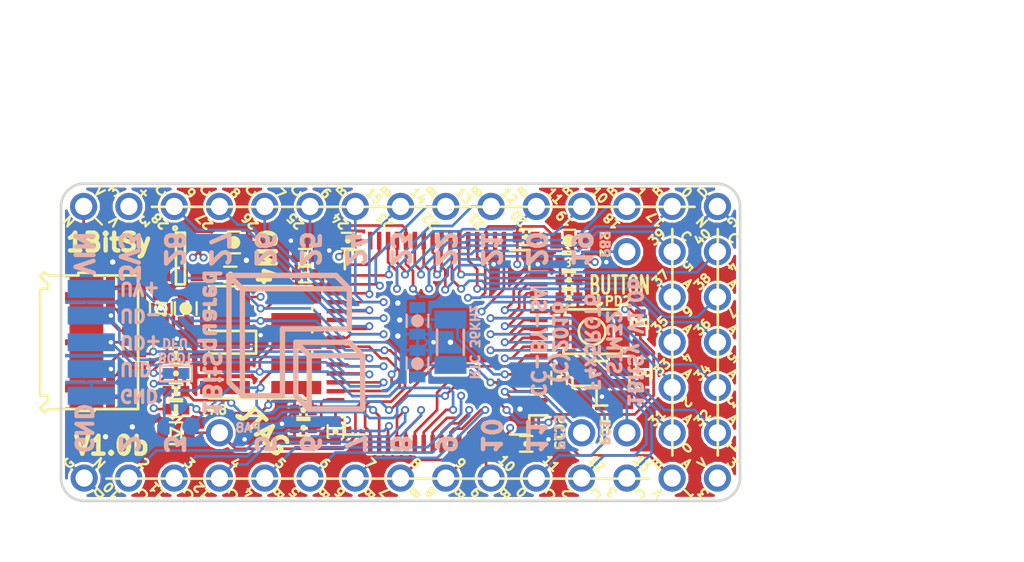
<source format=kicad_pcb>
(kicad_pcb (version 4) (host pcbnew 4.0.2+e4-6225~38~ubuntu14.04.1-stable)
  (title_block (title 1BitSy) (rev V1.0b) (company 1BitSquared) (comment 1 "(C) 2016 Piotr Esden-Tempski <piotr@esden.net>") (comment 2 "(C) 2016 1BitSquared LLC <info@1bitsquared.com>") (comment 3 "License: CC-BY-SA V4.0"))
  (layers (0 F.Cu signal) (1 In1.Cu signal) (2 In2.Cu signal) (31 B.Cu signal) (34 B.Paste user) (35 F.Paste user) (36 B.SilkS user) (37 F.SilkS user) (38 B.Mask user) (39 F.Mask user) (44 Edge.Cuts user))
  (net 0 "")
  (net 1 /VIN)
  (net 2 GND)
  (net 3 "Net-(C2-Pad1)")
  (net 4 "Net-(C3-Pad1)")
  (net 5 +3V3)
  (net 6 /OSC32_IN)
  (net 7 /OSC32_OUT)
  (net 8 /OSC_IN)
  (net 9 /OSC_OUT)
  (net 10 /USB_VBUS)
  (net 11 /BOOT0)
  (net 12 "Net-(C16-Pad1)")
  (net 13 "Net-(C17-Pad1)")
  (net 14 /JTAG_RST)
  (net 15 "Net-(LED1-PadA)")
  (net 16 /PA0)
  (net 17 /PA1)
  (net 18 /PA2)
  (net 19 /PA3)
  (net 20 /PA4)
  (net 21 /PA5)
  (net 22 /PA6)
  (net 23 /PA7)
  (net 24 /PA8)
  (net 25 /PC0)
  (net 26 /PC1)
  (net 27 /PC2)
  (net 28 /PC3)
  (net 29 /PC4)
  (net 30 /PC5)
  (net 31 /PC6)
  (net 32 /PC7)
  (net 33 /PC8)
  (net 34 /PC9)
  (net 35 /PC10)
  (net 36 /PC11)
  (net 37 /PC12)
  (net 38 /PC13)
  (net 39 /USB_D-)
  (net 40 /USB_D+)
  (net 41 /USB_ID)
  (net 42 /PB0)
  (net 43 /PB1)
  (net 44 /PB4)
  (net 45 /PB5)
  (net 46 /PB6)
  (net 47 /PB7)
  (net 48 /PB8)
  (net 49 /PB9)
  (net 50 /PB10)
  (net 51 /PB11)
  (net 52 /PB12)
  (net 53 /PB13)
  (net 54 /PB14)
  (net 55 /PB15)
  (net 56 /JTAG_TMS)
  (net 57 /JTAG_TCK)
  (net 58 /JTAG_TDI)
  (net 59 /JTAG_TDO)
  (net 60 "Net-(C15-Pad1)")
  (net 61 /PB2)
  (net 62 /BUTTON)
  (net 63 /VBAT)
  (module pkl_misc:via0305 (layer F.Cu) (at 119.23 45.37)
    (fp_text reference REF** hide)
    (fp_text value via0305 hide)
    (pad 1 thru_hole circle (at 0 0) (size 0.5 0.5) (drill 0.3) (layers *.Cu) (net 2 GND))
  )
  (module pkl_misc:via0305 (layer F.Cu) (at 126.08 49.47)
    (fp_text reference REF** hide)
    (fp_text value via0305 hide)
    (pad 1 thru_hole circle (at 0 0) (size 0.5 0.5) (drill 0.3) (layers *.Cu) (net 2 GND))
  )
  (module pkl_misc:via0305 (layer F.Cu) (at 110.73 41.12)
    (fp_text reference REF** hide)
    (fp_text value via0305 hide)
    (pad 1 thru_hole circle (at 0 0) (size 0.5 0.5) (drill 0.3) (layers *.Cu) (net 2 GND))
  )
  (module pkl_misc:via0305 (layer F.Cu) (at 102.83 51.02)
    (fp_text reference REF** hide)
    (fp_text value via0305 hide)
    (pad 1 thru_hole circle (at 0 0) (size 0.5 0.5) (drill 0.3) (layers *.Cu) (net 2 GND))
  )
  (module pkl_misc:via0305 (layer F.Cu) (at 119.23 43.52)
    (fp_text reference REF** hide)
    (fp_text value via0305 hide)
    (pad 1 thru_hole circle (at 0 0) (size 0.5 0.5) (drill 0.3) (layers *.Cu) (net 2 GND))
  )
  (module pkl_misc:via0305 (layer F.Cu) (at 122.18 45.72)
    (fp_text reference REF** hide)
    (fp_text value via0305 hide)
    (pad 1 thru_hole circle (at 0 0) (size 0.5 0.5) (drill 0.3) (layers *.Cu) (net 2 GND))
  )
  (module pkl_misc:via0305 (layer F.Cu) (at 119.33 44.47)
    (fp_text reference REF** hide)
    (fp_text value via0305 hide)
    (pad 1 thru_hole circle (at 0 0) (size 0.5 0.5) (drill 0.3) (layers *.Cu) (net 2 GND))
  )
  (module pkl_pin_headers:Pin_Header_Straight_Round_1x01 (layer F.Cu) (at 137.16 38.1)
    (fp_text reference P55 hide)
    (fp_text value CONN_01X01 hide)
    (pad 1 thru_hole circle (at 0 0) (size 1.524 1.524) (drill 0.9652) (layers *.Cu *.Mask) (net 2 GND))
  )
  (module pkl_pin_headers:Pin_Header_Straight_Round_1x01 (layer F.Cu) (at 137.16 53.34)
    (fp_text reference P54 hide)
    (fp_text value CONN_01X01 hide)
    (pad 1 thru_hole circle (at 0 0) (size 1.524 1.524) (drill 0.9652) (layers *.Cu *.Mask) (net 5 +3V3))
  )
  (module pkl_pads:PAD_SMD_1x2.65 (layer B.Cu) (at 102.03 48.72)
    (fp_text reference P52)
    (fp_text value CONN_01X01)
    (pad 1 smd rect (at 0 0) (size 2.65 1) (layers B.Cu B.Mask) (net 2 GND))
  )
  (module pkl_pads:PAD_SMD_1x2.65 (layer B.Cu) (at 102.03 47.22)
    (fp_text reference P51)
    (fp_text value CONN_01X01)
    (pad 1 smd rect (at 0 0) (size 2.65 1) (layers B.Cu B.Mask) (net 41 /USB_ID))
  )
  (module pkl_pads:PAD_SMD_1x2.65 (layer B.Cu) (at 102.03 45.72)
    (fp_text reference P50)
    (fp_text value CONN_01X01)
    (pad 1 smd rect (at 0 0) (size 2.65 1) (layers B.Cu B.Mask) (net 40 /USB_D+))
  )
  (module pkl_pads:PAD_SMD_1x2.65 (layer B.Cu) (at 102.03 44.22)
    (fp_text reference P49)
    (fp_text value CONN_01X01)
    (pad 1 smd rect (at 0 0) (size 2.65 1) (layers B.Cu B.Mask) (net 39 /USB_D-))
  )
  (module pkl_pads:PAD_SMD_1x2.65 (layer B.Cu) (at 102.03 42.72)
    (fp_text reference P48)
    (fp_text value CONN_01X01)
    (pad 1 smd rect (at 0 0) (size 2.65 1) (layers B.Cu B.Mask) (net 10 /USB_VBUS))
  )
  (module pkl_pads:POGO_PAD_SMD_R_1x1 (layer B.Cu) (at 106.93 49.22)
    (fp_text reference P47)
    (fp_text value TP)
    (pad 1 smd oval (at 0 0) (size 1 1) (layers B.Cu B.Mask) (net 14 /JTAG_RST))
  )
  (module pkl_pads:POGO_PAD_SMD_R_1x1 (layer B.Cu) (at 107.63 50.42)
    (fp_text reference P46)
    (fp_text value TP)
    (pad 1 smd oval (at 0 0) (size 1 1) (layers B.Cu B.Mask) (net 58 /JTAG_TDI))
  )
  (module pkl_pads:POGO_PAD_SMD_R_1x1 (layer B.Cu) (at 106.23 50.42)
    (fp_text reference P45)
    (fp_text value TP)
    (pad 1 smd oval (at 0 0) (size 1 1) (layers B.Cu B.Mask) (net 59 /JTAG_TDO))
  )
  (module pkl_pads:POGO_PAD_SMD_R_1x1 (layer B.Cu) (at 106.93 43.72)
    (fp_text reference P44)
    (fp_text value TP)
    (pad 1 smd oval (at 0 0) (size 1 1) (layers B.Cu B.Mask) (net 57 /JTAG_TCK))
  )
  (module pkl_pads:POGO_PAD_SMD_R_1x1 (layer B.Cu) (at 106.93 42.12)
    (fp_text reference P43)
    (fp_text value TP)
    (pad 1 smd oval (at 0 0) (size 1 1) (layers B.Cu B.Mask) (net 56 /JTAG_TMS))
  )
  (module pkl_misc:ABS07 (layer B.Cu) (at 122.18 45.72 270)
    (fp_text reference X1)
    (fp_text value 32.768kHz)
    (pad 1 smd rect (at -1.275 0 270) (size 1 1.8) (layers B.Cu B.Paste B.Mask) (net 7 /OSC32_OUT))
    (pad 2 smd rect (at 1.275 0 270) (size 1 1.8) (layers B.Cu B.Paste B.Mask) (net 6 /OSC32_IN))
  )
  (module pkl_pin_headers:Pin_Header_Straight_Round_1x01 (layer F.Cu) (at 134.62 53.34)
    (fp_text reference P53 hide)
    (fp_text value CONN_01X01 hide)
    (pad 1 thru_hole circle (at 0 0) (size 1.524 1.524) (drill 0.9652) (layers *.Cu *.Mask) (net 63 /VBAT))
  )
  (module pkl_logos:1b2_Logo_SilkS_7.5mm (layer B.Cu) (at 113.505 45.72 90)
    (fp_text reference LOGO1 hide)
    (fp_text value 1BitSquared hide)
  )
  (module pkl_pin_headers:Pin_Header_Straight_Round_1x01 (layer F.Cu) (at 104.14 38.1)
    (fp_text reference P42 hide)
    (fp_text value CONN_01X01 hide)
    (pad 1 thru_hole circle (at 0 0) (size 1.524 1.524) (drill 0.9652) (layers *.Cu *.Mask) (net 5 +3V3))
  )
  (module pkl_jumpers:J_0402 (layer B.Cu) (at 106.78 47.47)
    (fp_text reference J1)
    (fp_text value BOOT)
    (pad 1 smd rect (at -0.425 0) (size 0.65 0.6) (layers B.Cu B.Paste B.Mask) (net 10 /USB_VBUS))
    (pad 2 smd rect (at 0.425 0) (size 0.65 0.6) (layers B.Cu B.Paste B.Mask) (net 60 "Net-(C15-Pad1)"))
  )
  (module pkl_dipol:C_0603 (layer B.Cu) (at 120.33 44.52 90)
    (fp_text reference C7)
    (fp_text value 10p)
    (pad 1 smd rect (at -0.75 0 90) (size 0.6 0.9) (layers B.Cu B.Paste B.Mask) (net 2 GND))
    (pad 2 smd rect (at 0.75 0 90) (size 0.6 0.9) (layers B.Cu B.Paste B.Mask) (net 7 /OSC32_OUT))
  )
  (module pkl_dipol:C_0603 (layer B.Cu) (at 120.33 46.92 270)
    (fp_text reference C6)
    (fp_text value 10p)
    (pad 1 smd rect (at -0.75 0 270) (size 0.6 0.9) (layers B.Cu B.Paste B.Mask) (net 2 GND))
    (pad 2 smd rect (at 0.75 0 270) (size 0.6 0.9) (layers B.Cu B.Paste B.Mask) (net 6 /OSC32_IN))
  )
  (module pkl_buttons_switches:Tact_Switch_Top_B3U-1000P (layer F.Cu) (at 130.13 45.12 90)
    (fp_text reference SW1)
    (fp_text value TACT_G)
    (pad 1 smd rect (at 0 -1.7) (size 0.8 1.7) (layers F.Cu F.Paste F.Mask) (net 2 GND))
    (pad 2 smd rect (at 0 1.7) (size 0.8 1.7) (layers F.Cu F.Paste F.Mask) (net 62 /BUTTON))
  )
  (module pkl_pin_headers:Pin_Header_Straight_Round_1x01 (layer F.Cu) (at 101.63 53.34)
    (fp_text reference P41 hide)
    (fp_text value CONN_01X01 hide)
    (pad 1 thru_hole circle (at 0 0) (size 1.524 1.524) (drill 0.9652) (layers *.Cu *.Mask) (net 2 GND))
  )
  (module pkl_pin_headers:Pin_Header_Straight_Round_1x01 (layer F.Cu) (at 101.6 38.1)
    (fp_text reference P40 hide)
    (fp_text value CONN_01X01 hide)
    (pad 1 thru_hole circle (at 0 0) (size 1.524 1.524) (drill 0.9652) (layers *.Cu *.Mask) (net 1 /VIN))
  )
  (module pkl_samtec:FTSH-105-XX-X-DV (layer F.Cu) (at 111.53 45.72 90)
    (fp_text reference X3)
    (fp_text value JTAG-10)
    (pad 1 smd rect (at 2.54 -2 270) (size 0.74 2.8) (layers F.Cu F.Paste F.Mask) (net 5 +3V3))
    (pad 2 smd rect (at 2.54 2 270) (size 0.74 2.8) (layers F.Cu F.Paste F.Mask) (net 56 /JTAG_TMS))
    (pad 3 smd rect (at 1.27 -2 270) (size 0.74 2.8) (layers F.Cu F.Paste F.Mask) (net 2 GND))
    (pad 4 smd rect (at 1.27 2 270) (size 0.74 2.8) (layers F.Cu F.Paste F.Mask) (net 57 /JTAG_TCK))
    (pad 5 smd rect (at 0 -2 270) (size 0.74 2.8) (layers F.Cu F.Paste F.Mask) (net 2 GND))
    (pad 6 smd rect (at 0 2 270) (size 0.74 2.8) (layers F.Cu F.Paste F.Mask) (net 59 /JTAG_TDO))
    (pad 7 smd rect (at -1.27 -2 270) (size 0.74 2.8) (layers F.Cu F.Paste F.Mask) (net 2 GND))
    (pad 8 smd rect (at -1.27 2 270) (size 0.74 2.8) (layers F.Cu F.Paste F.Mask) (net 58 /JTAG_TDI))
    (pad 9 smd rect (at -2.54 -2 270) (size 0.74 2.8) (layers F.Cu F.Paste F.Mask) (net 2 GND))
    (pad 10 smd rect (at -2.54 2 270) (size 0.74 2.8) (layers F.Cu F.Paste F.Mask) (net 14 /JTAG_RST))
  )
  (module pkl_misc:ABM8 (layer F.Cu) (at 130.63 48.02)
    (fp_text reference X2 hide)
    (fp_text value 25MHz)
    (pad 1 smd rect (at -1.15 0.925) (size 1.3 1.05) (layers F.Cu F.Paste F.Mask) (net 8 /OSC_IN))
    (pad 2 smd rect (at 1.15 -0.925) (size 1.3 1.05) (layers F.Cu F.Paste F.Mask) (net 9 /OSC_OUT))
    (pad GND smd rect (at -1.15 -0.925) (size 1.3 1.05) (layers F.Cu F.Paste F.Mask) (net 2 GND))
    (pad GND smd rect (at 1.15 0.925) (size 1.3 1.05) (layers F.Cu F.Paste F.Mask) (net 2 GND))
  )
  (module pkl_housings_qfp:LQFP-64_10x10mm_Pitch0.5mm (layer F.Cu) (at 121.43 45.72 180)
    (fp_text reference U2 hide)
    (fp_text value STM32F415RGT)
    (pad 1 smd rect (at -5.7 -3.75 180) (size 1 0.25) (layers F.Cu F.Paste F.Mask) (net 63 /VBAT))
    (pad 2 smd rect (at -5.7 -3.25 180) (size 1 0.25) (layers F.Cu F.Paste F.Mask) (net 38 /PC13))
    (pad 3 smd rect (at -5.7 -2.75 180) (size 1 0.25) (layers F.Cu F.Paste F.Mask) (net 6 /OSC32_IN))
    (pad 4 smd rect (at -5.7 -2.25 180) (size 1 0.25) (layers F.Cu F.Paste F.Mask) (net 7 /OSC32_OUT))
    (pad 5 smd rect (at -5.7 -1.75 180) (size 1 0.25) (layers F.Cu F.Paste F.Mask) (net 8 /OSC_IN))
    (pad 6 smd rect (at -5.7 -1.25 180) (size 1 0.25) (layers F.Cu F.Paste F.Mask) (net 9 /OSC_OUT))
    (pad 7 smd rect (at -5.7 -0.75 180) (size 1 0.25) (layers F.Cu F.Paste F.Mask) (net 14 /JTAG_RST))
    (pad 8 smd rect (at -5.7 -0.25 180) (size 1 0.25) (layers F.Cu F.Paste F.Mask) (net 25 /PC0))
    (pad 9 smd rect (at -5.7 0.25 180) (size 1 0.25) (layers F.Cu F.Paste F.Mask) (net 26 /PC1))
    (pad 10 smd rect (at -5.7 0.75 180) (size 1 0.25) (layers F.Cu F.Paste F.Mask) (net 27 /PC2))
    (pad 11 smd rect (at -5.7 1.25 180) (size 1 0.25) (layers F.Cu F.Paste F.Mask) (net 28 /PC3))
    (pad 12 smd rect (at -5.7 1.75 180) (size 1 0.25) (layers F.Cu F.Paste F.Mask) (net 2 GND))
    (pad 13 smd rect (at -5.7 2.25 180) (size 1 0.25) (layers F.Cu F.Paste F.Mask) (net 3 "Net-(C2-Pad1)"))
    (pad 14 smd rect (at -5.7 2.75 180) (size 1 0.25) (layers F.Cu F.Paste F.Mask) (net 16 /PA0))
    (pad 15 smd rect (at -5.7 3.25 180) (size 1 0.25) (layers F.Cu F.Paste F.Mask) (net 17 /PA1))
    (pad 16 smd rect (at -5.7 3.75 180) (size 1 0.25) (layers F.Cu F.Paste F.Mask) (net 18 /PA2))
    (pad 17 smd rect (at -3.75 5.7 270) (size 1 0.25) (layers F.Cu F.Paste F.Mask) (net 19 /PA3))
    (pad 18 smd rect (at -3.25 5.7 270) (size 1 0.25) (layers F.Cu F.Paste F.Mask) (net 2 GND))
    (pad 19 smd rect (at -2.75 5.7 270) (size 1 0.25) (layers F.Cu F.Paste F.Mask) (net 5 +3V3))
    (pad 20 smd rect (at -2.25 5.7 270) (size 1 0.25) (layers F.Cu F.Paste F.Mask) (net 20 /PA4))
    (pad 21 smd rect (at -1.75 5.7 270) (size 1 0.25) (layers F.Cu F.Paste F.Mask) (net 21 /PA5))
    (pad 22 smd rect (at -1.25 5.7 270) (size 1 0.25) (layers F.Cu F.Paste F.Mask) (net 22 /PA6))
    (pad 23 smd rect (at -0.75 5.7 270) (size 1 0.25) (layers F.Cu F.Paste F.Mask) (net 23 /PA7))
    (pad 24 smd rect (at -0.25 5.7 270) (size 1 0.25) (layers F.Cu F.Paste F.Mask) (net 29 /PC4))
    (pad 25 smd rect (at 0.25 5.7 270) (size 1 0.25) (layers F.Cu F.Paste F.Mask) (net 30 /PC5))
    (pad 26 smd rect (at 0.75 5.7 270) (size 1 0.25) (layers F.Cu F.Paste F.Mask) (net 42 /PB0))
    (pad 27 smd rect (at 1.25 5.7 270) (size 1 0.25) (layers F.Cu F.Paste F.Mask) (net 43 /PB1))
    (pad 28 smd rect (at 1.75 5.7 270) (size 1 0.25) (layers F.Cu F.Paste F.Mask) (net 61 /PB2))
    (pad 29 smd rect (at 2.25 5.7 270) (size 1 0.25) (layers F.Cu F.Paste F.Mask) (net 50 /PB10))
    (pad 30 smd rect (at 2.75 5.7 270) (size 1 0.25) (layers F.Cu F.Paste F.Mask) (net 51 /PB11))
    (pad 31 smd rect (at 3.25 5.7 270) (size 1 0.25) (layers F.Cu F.Paste F.Mask) (net 13 "Net-(C17-Pad1)"))
    (pad 32 smd rect (at 3.75 5.7 270) (size 1 0.25) (layers F.Cu F.Paste F.Mask) (net 5 +3V3))
    (pad 33 smd rect (at 5.7 3.75 180) (size 1 0.25) (layers F.Cu F.Paste F.Mask) (net 52 /PB12))
    (pad 34 smd rect (at 5.7 3.25 180) (size 1 0.25) (layers F.Cu F.Paste F.Mask) (net 53 /PB13))
    (pad 35 smd rect (at 5.7 2.75 180) (size 1 0.25) (layers F.Cu F.Paste F.Mask) (net 54 /PB14))
    (pad 36 smd rect (at 5.7 2.25 180) (size 1 0.25) (layers F.Cu F.Paste F.Mask) (net 55 /PB15))
    (pad 37 smd rect (at 5.7 1.75 180) (size 1 0.25) (layers F.Cu F.Paste F.Mask) (net 31 /PC6))
    (pad 38 smd rect (at 5.7 1.25 180) (size 1 0.25) (layers F.Cu F.Paste F.Mask) (net 32 /PC7))
    (pad 39 smd rect (at 5.7 0.75 180) (size 1 0.25) (layers F.Cu F.Paste F.Mask) (net 33 /PC8))
    (pad 40 smd rect (at 5.7 0.25 180) (size 1 0.25) (layers F.Cu F.Paste F.Mask) (net 34 /PC9))
    (pad 41 smd rect (at 5.7 -0.25 180) (size 1 0.25) (layers F.Cu F.Paste F.Mask) (net 24 /PA8))
    (pad 42 smd rect (at 5.7 -0.75 180) (size 1 0.25) (layers F.Cu F.Paste F.Mask) (net 10 /USB_VBUS))
    (pad 43 smd rect (at 5.7 -1.25 180) (size 1 0.25) (layers F.Cu F.Paste F.Mask) (net 41 /USB_ID))
    (pad 44 smd rect (at 5.7 -1.75 180) (size 1 0.25) (layers F.Cu F.Paste F.Mask) (net 39 /USB_D-))
    (pad 45 smd rect (at 5.7 -2.25 180) (size 1 0.25) (layers F.Cu F.Paste F.Mask) (net 40 /USB_D+))
    (pad 46 smd rect (at 5.7 -2.75 180) (size 1 0.25) (layers F.Cu F.Paste F.Mask) (net 56 /JTAG_TMS))
    (pad 47 smd rect (at 5.7 -3.25 180) (size 1 0.25) (layers F.Cu F.Paste F.Mask) (net 12 "Net-(C16-Pad1)"))
    (pad 48 smd rect (at 5.7 -3.75 180) (size 1 0.25) (layers F.Cu F.Paste F.Mask) (net 5 +3V3))
    (pad 49 smd rect (at 3.75 -5.7 270) (size 1 0.25) (layers F.Cu F.Paste F.Mask) (net 57 /JTAG_TCK))
    (pad 50 smd rect (at 3.25 -5.7 270) (size 1 0.25) (layers F.Cu F.Paste F.Mask) (net 58 /JTAG_TDI))
    (pad 51 smd rect (at 2.75 -5.7 270) (size 1 0.25) (layers F.Cu F.Paste F.Mask) (net 35 /PC10))
    (pad 52 smd rect (at 2.25 -5.7 270) (size 1 0.25) (layers F.Cu F.Paste F.Mask) (net 36 /PC11))
    (pad 53 smd rect (at 1.75 -5.7 270) (size 1 0.25) (layers F.Cu F.Paste F.Mask) (net 37 /PC12))
    (pad 54 smd rect (at 1.25 -5.7 270) (size 1 0.25) (layers F.Cu F.Paste F.Mask) (net 62 /BUTTON))
    (pad 55 smd rect (at 0.75 -5.7 270) (size 1 0.25) (layers F.Cu F.Paste F.Mask) (net 59 /JTAG_TDO))
    (pad 56 smd rect (at 0.25 -5.7 270) (size 1 0.25) (layers F.Cu F.Paste F.Mask) (net 44 /PB4))
    (pad 57 smd rect (at -0.25 -5.7 270) (size 1 0.25) (layers F.Cu F.Paste F.Mask) (net 45 /PB5))
    (pad 58 smd rect (at -0.75 -5.7 270) (size 1 0.25) (layers F.Cu F.Paste F.Mask) (net 46 /PB6))
    (pad 59 smd rect (at -1.25 -5.7 270) (size 1 0.25) (layers F.Cu F.Paste F.Mask) (net 47 /PB7))
    (pad 60 smd rect (at -1.75 -5.7 270) (size 1 0.25) (layers F.Cu F.Paste F.Mask) (net 11 /BOOT0))
    (pad 61 smd rect (at -2.25 -5.7 270) (size 1 0.25) (layers F.Cu F.Paste F.Mask) (net 48 /PB8))
    (pad 62 smd rect (at -2.75 -5.7 270) (size 1 0.25) (layers F.Cu F.Paste F.Mask) (net 49 /PB9))
    (pad 63 smd rect (at -3.25 -5.7 270) (size 1 0.25) (layers F.Cu F.Paste F.Mask) (net 2 GND))
    (pad 64 smd rect (at -3.75 -5.7 270) (size 1 0.25) (layers F.Cu F.Paste F.Mask) (net 5 +3V3))
  )
  (module pkl_housings_sot:SOT-23-5 (layer F.Cu) (at 107.03 41.02 180)
    (fp_text reference U1 hide)
    (fp_text value VREG_3V3)
    (pad 1 smd rect (at 1.1 0.95) (size 1.06 0.65) (layers F.Cu F.Paste F.Mask) (net 1 /VIN))
    (pad 2 smd rect (at 1.1 0) (size 1.06 0.65) (layers F.Cu F.Paste F.Mask) (net 2 GND))
    (pad 3 smd rect (at 1.1 -0.95) (size 1.06 0.65) (layers F.Cu F.Paste F.Mask) (net 1 /VIN))
    (pad 4 smd rect (at -1.1 -0.95) (size 1.06 0.65) (layers F.Cu F.Paste F.Mask) (net 4 "Net-(C3-Pad1)"))
    (pad 5 smd rect (at -1.1 0.95) (size 1.06 0.65) (layers F.Cu F.Paste F.Mask) (net 5 +3V3))
  )
  (module pkl_dipol:R_0402 (layer F.Cu) (at 132.83 44.620001 270)
    (fp_text reference R5)
    (fp_text value 10k)
    (pad 1 smd rect (at -0.5 0 270) (size 0.5 0.6) (layers F.Cu F.Paste F.Mask) (net 5 +3V3))
    (pad 2 smd rect (at 0.5 0 270) (size 0.5 0.6) (layers F.Cu F.Paste F.Mask) (net 62 /BUTTON))
  )
  (module pkl_dipol:R_0402 (layer F.Cu) (at 106.78 49.47)
    (fp_text reference R4)
    (fp_text value 300)
    (pad 1 smd rect (at -0.5 0) (size 0.5 0.6) (layers F.Cu F.Paste F.Mask) (net 5 +3V3))
    (pad 2 smd rect (at 0.5 0) (size 0.5 0.6) (layers F.Cu F.Paste F.Mask) (net 15 "Net-(LED1-PadA)"))
  )
  (module pkl_dipol:R_0402 (layer F.Cu) (at 106.78 48.47 180)
    (fp_text reference R3)
    (fp_text value 10k)
    (pad 1 smd rect (at -0.5 0 180) (size 0.5 0.6) (layers F.Cu F.Paste F.Mask) (net 11 /BOOT0))
    (pad 2 smd rect (at 0.5 0 180) (size 0.5 0.6) (layers F.Cu F.Paste F.Mask) (net 2 GND))
  )
  (module pkl_dipol:R_0402 (layer F.Cu) (at 114.03 40.92 180)
    (fp_text reference R2)
    (fp_text value 10k)
    (pad 1 smd rect (at -0.5 0 180) (size 0.5 0.6) (layers F.Cu F.Paste F.Mask) (net 61 /PB2))
    (pad 2 smd rect (at 0.5 0 180) (size 0.5 0.6) (layers F.Cu F.Paste F.Mask) (net 2 GND))
  )
  (module pkl_dipol:R_0402 (layer F.Cu) (at 106.78 46.47)
    (fp_text reference R1)
    (fp_text value 10k)
    (pad 1 smd rect (at -0.5 0) (size 0.5 0.6) (layers F.Cu F.Paste F.Mask) (net 10 /USB_VBUS))
    (pad 2 smd rect (at 0.5 0) (size 0.5 0.6) (layers F.Cu F.Paste F.Mask) (net 2 GND))
  )
  (module pkl_pin_headers:Pin_Header_Straight_Round_1x01 (layer F.Cu) (at 116.84 38.1 180)
    (fp_text reference P39 hide)
    (fp_text value CONN_01X01 hide)
    (pad 1 thru_hole circle (at 0 0 180) (size 1.524 1.524) (drill 0.9652) (layers *.Cu *.Mask) (net 55 /PB15))
  )
  (module pkl_pin_headers:Pin_Header_Straight_Round_1x01 (layer F.Cu) (at 119.38 38.1)
    (fp_text reference P38 hide)
    (fp_text value CONN_01X01 hide)
    (pad 1 thru_hole circle (at 0 0) (size 1.524 1.524) (drill 0.9652) (layers *.Cu *.Mask) (net 54 /PB14))
  )
  (module pkl_pin_headers:Pin_Header_Straight_Round_1x01 (layer F.Cu) (at 121.92 38.1)
    (fp_text reference P37 hide)
    (fp_text value CONN_01X01 hide)
    (pad 1 thru_hole circle (at 0 0) (size 1.524 1.524) (drill 0.9652) (layers *.Cu *.Mask) (net 53 /PB13))
  )
  (module pkl_pin_headers:Pin_Header_Straight_Round_1x01 (layer F.Cu) (at 124.46 38.1)
    (fp_text reference P36 hide)
    (fp_text value CONN_01X01 hide)
    (pad 1 thru_hole circle (at 0 0) (size 1.524 1.524) (drill 0.9652) (layers *.Cu *.Mask) (net 52 /PB12))
  )
  (module pkl_pin_headers:Pin_Header_Straight_Round_1x01 (layer F.Cu) (at 127 38.1)
    (fp_text reference P35 hide)
    (fp_text value CONN_01X01 hide)
    (pad 1 thru_hole circle (at 0 0) (size 1.524 1.524) (drill 0.9652) (layers *.Cu *.Mask) (net 51 /PB11))
  )
  (module pkl_pin_headers:Pin_Header_Straight_Round_1x01 (layer F.Cu) (at 129.54 38.1 180)
    (fp_text reference P34 hide)
    (fp_text value CONN_01X01 hide)
    (pad 1 thru_hole circle (at 0 0 180) (size 1.524 1.524) (drill 0.9652) (layers *.Cu *.Mask) (net 50 /PB10))
  )
  (module pkl_pin_headers:Pin_Header_Straight_Round_1x01 (layer F.Cu) (at 124.46 53.34)
    (fp_text reference P33 hide)
    (fp_text value CONN_01X01 hide)
    (pad 1 thru_hole circle (at 0 0) (size 1.524 1.524) (drill 0.9652) (layers *.Cu *.Mask) (net 49 /PB9))
  )
  (module pkl_pin_headers:Pin_Header_Straight_Round_1x01 (layer F.Cu) (at 121.92 53.34 180)
    (fp_text reference P32 hide)
    (fp_text value CONN_01X01 hide)
    (pad 1 thru_hole circle (at 0 0 180) (size 1.524 1.524) (drill 0.9652) (layers *.Cu *.Mask) (net 48 /PB8))
  )
  (module pkl_pin_headers:Pin_Header_Straight_Round_1x01 (layer F.Cu) (at 119.38 53.34 180)
    (fp_text reference P31 hide)
    (fp_text value CONN_01X01 hide)
    (pad 1 thru_hole circle (at 0 0 180) (size 1.524 1.524) (drill 0.9652) (layers *.Cu *.Mask) (net 47 /PB7))
  )
  (module pkl_pin_headers:Pin_Header_Straight_Round_1x01 (layer F.Cu) (at 116.84 53.34 180)
    (fp_text reference P30 hide)
    (fp_text value CONN_01X01 hide)
    (pad 1 thru_hole circle (at 0 0 180) (size 1.524 1.524) (drill 0.9652) (layers *.Cu *.Mask) (net 46 /PB6))
  )
  (module pkl_pin_headers:Pin_Header_Straight_Round_1x01 (layer F.Cu) (at 114.3 53.34 180)
    (fp_text reference P29 hide)
    (fp_text value CONN_01X01 hide)
    (pad 1 thru_hole circle (at 0 0 180) (size 1.524 1.524) (drill 0.9652) (layers *.Cu *.Mask) (net 45 /PB5))
  )
  (module pkl_pin_headers:Pin_Header_Straight_Round_1x01 (layer F.Cu) (at 111.76 53.34)
    (fp_text reference P28 hide)
    (fp_text value CONN_01X01 hide)
    (pad 1 thru_hole circle (at 0 0) (size 1.524 1.524) (drill 0.9652) (layers *.Cu *.Mask) (net 44 /PB4))
  )
  (module pkl_pin_headers:Pin_Header_Straight_Round_1x01 (layer F.Cu) (at 132.08 40.64)
    (fp_text reference P27 hide)
    (fp_text value CONN_01X01 hide)
    (pad 1 thru_hole circle (at 0 0) (size 1.524 1.524) (drill 0.9652) (layers *.Cu *.Mask) (net 61 /PB2))
  )
  (module pkl_pin_headers:Pin_Header_Straight_Round_1x01 (layer F.Cu) (at 132.08 38.1)
    (fp_text reference P26 hide)
    (fp_text value CONN_01X01 hide)
    (pad 1 thru_hole circle (at 0 0) (size 1.524 1.524) (drill 0.9652) (layers *.Cu *.Mask) (net 43 /PB1))
  )
  (module pkl_pin_headers:Pin_Header_Straight_Round_1x01 (layer F.Cu) (at 134.62 38.1)
    (fp_text reference P25 hide)
    (fp_text value CONN_01X01 hide)
    (pad 1 thru_hole circle (at 0 0) (size 1.524 1.524) (drill 0.9652) (layers *.Cu *.Mask) (net 42 /PB0))
  )
  (module pkl_connectors:Connector_USB_Micro_B_SMD (layer F.Cu) (at 101.755 45.72 180)
    (fp_text reference P24)
    (fp_text value USB_OTG)
    (pad GND smd rect (at 0 1.2 270) (size 1.9 1.9) (layers F.Cu F.Paste F.Mask) (net 2 GND))
    (pad GND smd rect (at 0 -1.2 270) (size 1.9 1.9) (layers F.Cu F.Paste F.Mask) (net 2 GND))
    (pad GND smd rect (at 0 -3.8 270) (size 1.8 1.9) (layers F.Cu F.Paste F.Mask) (net 2 GND))
    (pad GND smd rect (at 0 3.8 270) (size 1.8 1.9) (layers F.Cu F.Paste F.Mask) (net 2 GND))
    (pad GND smd rect (at -2.55 -3.1 270) (size 2.1 1.6) (layers F.Cu F.Paste F.Mask) (net 2 GND))
    (pad GND smd rect (at -2.55 3.1 270) (size 2.1 1.6) (layers F.Cu F.Paste F.Mask) (net 2 GND))
    (pad 1 smd rect (at -2.675 1.3 270) (size 0.4 1.35) (layers F.Cu F.Paste F.Mask) (net 10 /USB_VBUS))
    (pad 2 smd rect (at -2.675 0.65 270) (size 0.4 1.35) (layers F.Cu F.Paste F.Mask) (net 39 /USB_D-))
    (pad 3 smd rect (at -2.675 0 270) (size 0.4 1.35) (layers F.Cu F.Paste F.Mask) (net 40 /USB_D+))
    (pad 4 smd rect (at -2.675 -0.65 270) (size 0.4 1.35) (layers F.Cu F.Paste F.Mask) (net 41 /USB_ID))
    (pad 5 smd rect (at -2.675 -1.3 270) (size 0.4 1.35) (layers F.Cu F.Paste F.Mask) (net 2 GND))
  )
  (module pkl_pin_headers:Pin_Header_Straight_Round_1x01 (layer F.Cu) (at 129.54 50.8)
    (fp_text reference P23 hide)
    (fp_text value CONN_01X01 hide)
    (pad 1 thru_hole circle (at 0 0) (size 1.524 1.524) (drill 0.9652) (layers *.Cu *.Mask) (net 38 /PC13))
  )
  (module pkl_pin_headers:Pin_Header_Straight_Round_1x01 (layer F.Cu) (at 109.22 53.34)
    (fp_text reference P22 hide)
    (fp_text value CONN_01X01 hide)
    (pad 1 thru_hole circle (at 0 0) (size 1.524 1.524) (drill 0.9652) (layers *.Cu *.Mask) (net 37 /PC12))
  )
  (module pkl_pin_headers:Pin_Header_Straight_Round_1x01 (layer F.Cu) (at 106.68 53.34 180)
    (fp_text reference P21 hide)
    (fp_text value CONN_01X01 hide)
    (pad 1 thru_hole circle (at 0 0 180) (size 1.524 1.524) (drill 0.9652) (layers *.Cu *.Mask) (net 36 /PC11))
  )
  (module pkl_pin_headers:Pin_Header_Straight_Round_1x01 (layer F.Cu) (at 104.13 53.34)
    (fp_text reference P20 hide)
    (fp_text value CONN_01X01 hide)
    (pad 1 thru_hole circle (at 0 0) (size 1.524 1.524) (drill 0.9652) (layers *.Cu *.Mask) (net 35 /PC10))
  )
  (module pkl_pin_headers:Pin_Header_Straight_Round_1x01 (layer F.Cu) (at 106.68 38.1)
    (fp_text reference P19 hide)
    (fp_text value CONN_01X01 hide)
    (pad 1 thru_hole circle (at 0 0) (size 1.524 1.524) (drill 0.9652) (layers *.Cu *.Mask) (net 34 /PC9))
  )
  (module pkl_pin_headers:Pin_Header_Straight_Round_1x01 (layer F.Cu) (at 109.22 38.1)
    (fp_text reference P18 hide)
    (fp_text value CONN_01X01 hide)
    (pad 1 thru_hole circle (at 0 0) (size 1.524 1.524) (drill 0.9652) (layers *.Cu *.Mask) (net 33 /PC8))
  )
  (module pkl_pin_headers:Pin_Header_Straight_Round_1x01 (layer F.Cu) (at 111.76 38.1)
    (fp_text reference P17 hide)
    (fp_text value CONN_01X01 hide)
    (pad 1 thru_hole circle (at 0 0) (size 1.524 1.524) (drill 0.9652) (layers *.Cu *.Mask) (net 32 /PC7))
  )
  (module pkl_pin_headers:Pin_Header_Straight_Round_1x01 (layer F.Cu) (at 114.3 38.1)
    (fp_text reference P16 hide)
    (fp_text value CONN_01X01 hide)
    (pad 1 thru_hole circle (at 0 0) (size 1.524 1.524) (drill 0.9652) (layers *.Cu *.Mask) (net 31 /PC6))
  )
  (module pkl_pin_headers:Pin_Header_Straight_Round_1x01 (layer F.Cu) (at 134.62 40.64 180)
    (fp_text reference P15 hide)
    (fp_text value CONN_01X01 hide)
    (pad 1 thru_hole circle (at 0 0 180) (size 1.524 1.524) (drill 0.9652) (layers *.Cu *.Mask) (net 30 /PC5))
  )
  (module pkl_pin_headers:Pin_Header_Straight_Round_1x01 (layer F.Cu) (at 137.16 40.64)
    (fp_text reference P14 hide)
    (fp_text value CONN_01X01 hide)
    (pad 1 thru_hole circle (at 0 0) (size 1.524 1.524) (drill 0.9652) (layers *.Cu *.Mask) (net 29 /PC4))
  )
  (module pkl_pin_headers:Pin_Header_Straight_Round_1x01 (layer F.Cu) (at 132.08 53.34 180)
    (fp_text reference P13 hide)
    (fp_text value CONN_01X01 hide)
    (pad 1 thru_hole circle (at 0 0 180) (size 1.524 1.524) (drill 0.9652) (layers *.Cu *.Mask) (net 28 /PC3))
  )
  (module pkl_pin_headers:Pin_Header_Straight_Round_1x01 (layer F.Cu) (at 129.54 53.34)
    (fp_text reference P12 hide)
    (fp_text value CONN_01X01 hide)
    (pad 1 thru_hole circle (at 0 0) (size 1.524 1.524) (drill 0.9652) (layers *.Cu *.Mask) (net 27 /PC2))
  )
  (module pkl_pin_headers:Pin_Header_Straight_Round_1x01 (layer F.Cu) (at 132.08 50.8)
    (fp_text reference P11 hide)
    (fp_text value CONN_01X01 hide)
    (pad 1 thru_hole circle (at 0 0) (size 1.524 1.524) (drill 0.9652) (layers *.Cu *.Mask) (net 26 /PC1))
  )
  (module pkl_pin_headers:Pin_Header_Straight_Round_1x01 (layer F.Cu) (at 127 53.34)
    (fp_text reference P10 hide)
    (fp_text value CONN_01X01 hide)
    (pad 1 thru_hole circle (at 0 0) (size 1.524 1.524) (drill 0.9652) (layers *.Cu *.Mask) (net 25 /PC0))
  )
  (module pkl_pin_headers:Pin_Header_Straight_Round_1x01 (layer F.Cu) (at 109.22 50.8)
    (fp_text reference P9 hide)
    (fp_text value CONN_01X01 hide)
    (pad 1 thru_hole circle (at 0 0) (size 1.524 1.524) (drill 0.9652) (layers *.Cu *.Mask) (net 24 /PA8))
  )
  (module pkl_pin_headers:Pin_Header_Straight_Round_1x01 (layer F.Cu) (at 137.16 43.18 180)
    (fp_text reference P8 hide)
    (fp_text value CONN_01X01 hide)
    (pad 1 thru_hole circle (at 0 0 180) (size 1.524 1.524) (drill 0.9652) (layers *.Cu *.Mask) (net 23 /PA7))
  )
  (module pkl_pin_headers:Pin_Header_Straight_Round_1x01 (layer F.Cu) (at 134.62 43.18 180)
    (fp_text reference P7 hide)
    (fp_text value CONN_01X01 hide)
    (pad 1 thru_hole circle (at 0 0 180) (size 1.524 1.524) (drill 0.9652) (layers *.Cu *.Mask) (net 22 /PA6))
  )
  (module pkl_pin_headers:Pin_Header_Straight_Round_1x01 (layer F.Cu) (at 137.16 45.72)
    (fp_text reference P6 hide)
    (fp_text value CONN_01X01 hide)
    (pad 1 thru_hole circle (at 0 0) (size 1.524 1.524) (drill 0.9652) (layers *.Cu *.Mask) (net 21 /PA5))
  )
  (module pkl_pin_headers:Pin_Header_Straight_Round_1x01 (layer F.Cu) (at 134.62 45.72 180)
    (fp_text reference P5 hide)
    (fp_text value CONN_01X01 hide)
    (pad 1 thru_hole circle (at 0 0 180) (size 1.524 1.524) (drill 0.9652) (layers *.Cu *.Mask) (net 20 /PA4))
  )
  (module pkl_pin_headers:Pin_Header_Straight_Round_1x01 (layer F.Cu) (at 137.16 48.26 180)
    (fp_text reference P4 hide)
    (fp_text value CONN_01X01 hide)
    (pad 1 thru_hole circle (at 0 0 180) (size 1.524 1.524) (drill 0.9652) (layers *.Cu *.Mask) (net 19 /PA3))
  )
  (module pkl_pin_headers:Pin_Header_Straight_Round_1x01 (layer F.Cu) (at 134.62 48.26 180)
    (fp_text reference P3 hide)
    (fp_text value CONN_01X01 hide)
    (pad 1 thru_hole circle (at 0 0 180) (size 1.524 1.524) (drill 0.9652) (layers *.Cu *.Mask) (net 18 /PA2))
  )
  (module pkl_pin_headers:Pin_Header_Straight_Round_1x01 (layer F.Cu) (at 137.16 50.8 180)
    (fp_text reference P2 hide)
    (fp_text value CONN_01X01 hide)
    (pad 1 thru_hole circle (at 0 0 180) (size 1.524 1.524) (drill 0.9652) (layers *.Cu *.Mask) (net 17 /PA1))
  )
  (module pkl_pin_headers:Pin_Header_Straight_Round_1x01 (layer F.Cu) (at 134.62 50.8 180)
    (fp_text reference P1 hide)
    (fp_text value CONN_01X01 hide)
    (pad 1 thru_hole circle (at 0 0 180) (size 1.524 1.524) (drill 0.9652) (layers *.Cu *.Mask) (net 16 /PA0))
  )
  (module pkl_dipol:D_0603 (layer F.Cu) (at 106.78 50.82 180)
    (fp_text reference LED1)
    (fp_text value ORA)
    (pad A smd rect (at 0.75 0) (size 0.6 0.9) (layers F.Cu F.Paste F.Mask) (net 15 "Net-(LED1-PadA)"))
    (pad C smd rect (at -0.75 0) (size 0.6 0.9) (layers F.Cu F.Paste F.Mask) (net 24 /PA8))
  )
  (module pkl_dipol:L_0402 (layer F.Cu) (at 128.83 41.22 180)
    (fp_text reference L1)
    (fp_text value "600 Ferrite")
    (pad 1 smd rect (at -0.5 0 180) (size 0.5 0.6) (layers F.Cu F.Paste F.Mask) (net 5 +3V3))
    (pad 2 smd rect (at 0.5 0 180) (size 0.5 0.6) (layers F.Cu F.Paste F.Mask) (net 3 "Net-(C2-Pad1)"))
  )
  (module pkl_dipol:D_0603 (layer F.Cu) (at 105.93 43.82 270)
    (fp_text reference D1)
    (fp_text value >100mA)
    (pad A smd rect (at 0.75 0 90) (size 0.6 0.9) (layers F.Cu F.Paste F.Mask) (net 10 /USB_VBUS))
    (pad C smd rect (at -0.75 0 90) (size 0.6 0.9) (layers F.Cu F.Paste F.Mask) (net 1 /VIN))
  )
  (module pkl_dipol:C_0402 (layer F.Cu) (at 113.93 49.52 180)
    (fp_text reference C18)
    (fp_text value 100n)
    (pad 1 smd rect (at -0.5 0 180) (size 0.5 0.6) (layers F.Cu F.Paste F.Mask) (net 14 /JTAG_RST))
    (pad 2 smd rect (at 0.5 0 180) (size 0.5 0.6) (layers F.Cu F.Paste F.Mask) (net 2 GND))
  )
  (module pkl_dipol:C_0402 (layer F.Cu) (at 114.03 41.92 180)
    (fp_text reference C17)
    (fp_text value 2u2)
    (pad 1 smd rect (at -0.5 0 180) (size 0.5 0.6) (layers F.Cu F.Paste F.Mask) (net 13 "Net-(C17-Pad1)"))
    (pad 2 smd rect (at 0.5 0 180) (size 0.5 0.6) (layers F.Cu F.Paste F.Mask) (net 2 GND))
  )
  (module pkl_dipol:C_0402 (layer F.Cu) (at 113.93 50.52 180)
    (fp_text reference C16)
    (fp_text value 2u2)
    (pad 1 smd rect (at -0.5 0 180) (size 0.5 0.6) (layers F.Cu F.Paste F.Mask) (net 12 "Net-(C16-Pad1)"))
    (pad 2 smd rect (at 0.5 0 180) (size 0.5 0.6) (layers F.Cu F.Paste F.Mask) (net 2 GND))
  )
  (module pkl_dipol:C_0402 (layer F.Cu) (at 106.78 47.47)
    (fp_text reference C15)
    (fp_text value 1u)
    (pad 1 smd rect (at -0.5 0) (size 0.5 0.6) (layers F.Cu F.Paste F.Mask) (net 60 "Net-(C15-Pad1)"))
    (pad 2 smd rect (at 0.5 0) (size 0.5 0.6) (layers F.Cu F.Paste F.Mask) (net 11 /BOOT0))
  )
  (module pkl_dipol:C_0402 (layer F.Cu) (at 126.43 51.42)
    (fp_text reference C14)
    (fp_text value 100n)
    (pad 1 smd rect (at -0.5 0) (size 0.5 0.6) (layers F.Cu F.Paste F.Mask) (net 5 +3V3))
    (pad 2 smd rect (at 0.5 0) (size 0.5 0.6) (layers F.Cu F.Paste F.Mask) (net 2 GND))
  )
  (module pkl_dipol:C_0603 (layer F.Cu) (at 110.03 40.12)
    (fp_text reference C13)
    (fp_text value 4u7)
    (pad 1 smd rect (at -0.75 0) (size 0.6 0.9) (layers F.Cu F.Paste F.Mask) (net 5 +3V3))
    (pad 2 smd rect (at 0.75 0) (size 0.6 0.9) (layers F.Cu F.Paste F.Mask) (net 2 GND))
  )
  (module pkl_dipol:C_0402 (layer F.Cu) (at 115.73 50.72 270)
    (fp_text reference C12)
    (fp_text value 100n)
    (pad 1 smd rect (at -0.5 0 270) (size 0.5 0.6) (layers F.Cu F.Paste F.Mask) (net 5 +3V3))
    (pad 2 smd rect (at 0.5 0 270) (size 0.5 0.6) (layers F.Cu F.Paste F.Mask) (net 2 GND))
  )
  (module pkl_dipol:C_0402 (layer F.Cu) (at 116.43 40.02 180)
    (fp_text reference C11)
    (fp_text value 100n)
    (pad 1 smd rect (at -0.5 0 180) (size 0.5 0.6) (layers F.Cu F.Paste F.Mask) (net 5 +3V3))
    (pad 2 smd rect (at 0.5 0 180) (size 0.5 0.6) (layers F.Cu F.Paste F.Mask) (net 2 GND))
  )
  (module pkl_dipol:C_0402 (layer F.Cu) (at 126.43 39.82)
    (fp_text reference C10)
    (fp_text value 100n)
    (pad 1 smd rect (at -0.5 0) (size 0.5 0.6) (layers F.Cu F.Paste F.Mask) (net 5 +3V3))
    (pad 2 smd rect (at 0.5 0) (size 0.5 0.6) (layers F.Cu F.Paste F.Mask) (net 2 GND))
  )
  (module pkl_dipol:C_0402 (layer F.Cu) (at 133.03 47.42 90)
    (fp_text reference C9)
    (fp_text value 10p)
    (pad 1 smd rect (at -0.5 0 90) (size 0.5 0.6) (layers F.Cu F.Paste F.Mask) (net 2 GND))
    (pad 2 smd rect (at 0.5 0 90) (size 0.5 0.6) (layers F.Cu F.Paste F.Mask) (net 9 /OSC_OUT))
  )
  (module pkl_dipol:C_0402 (layer F.Cu) (at 128.28 47.72 270)
    (fp_text reference C8)
    (fp_text value 10p)
    (pad 1 smd rect (at -0.5 0 270) (size 0.5 0.6) (layers F.Cu F.Paste F.Mask) (net 2 GND))
    (pad 2 smd rect (at 0.5 0 270) (size 0.5 0.6) (layers F.Cu F.Paste F.Mask) (net 8 /OSC_IN))
  )
  (module pkl_dipol:C_0603 (layer F.Cu) (at 128.83 40.02)
    (fp_text reference C5)
    (fp_text value 4u7)
    (pad 1 smd rect (at -0.75 0) (size 0.6 0.9) (layers F.Cu F.Paste F.Mask) (net 5 +3V3))
    (pad 2 smd rect (at 0.75 0) (size 0.6 0.9) (layers F.Cu F.Paste F.Mask) (net 2 GND))
  )
  (module pkl_dipol:C_0402 (layer F.Cu) (at 128.829999 43.22)
    (fp_text reference C4)
    (fp_text value 100n)
    (pad 1 smd rect (at -0.5 0) (size 0.5 0.6) (layers F.Cu F.Paste F.Mask) (net 3 "Net-(C2-Pad1)"))
    (pad 2 smd rect (at 0.5 0) (size 0.5 0.6) (layers F.Cu F.Paste F.Mask) (net 2 GND))
  )
  (module pkl_dipol:C_0402 (layer F.Cu) (at 109.83 41.92)
    (fp_text reference C3)
    (fp_text value 470p)
    (pad 1 smd rect (at -0.5 0) (size 0.5 0.6) (layers F.Cu F.Paste F.Mask) (net 4 "Net-(C3-Pad1)"))
    (pad 2 smd rect (at 0.5 0) (size 0.5 0.6) (layers F.Cu F.Paste F.Mask) (net 2 GND))
  )
  (module pkl_dipol:C_0402 (layer F.Cu) (at 128.83 42.22)
    (fp_text reference C2)
    (fp_text value 1u)
    (pad 1 smd rect (at -0.5 0) (size 0.5 0.6) (layers F.Cu F.Paste F.Mask) (net 3 "Net-(C2-Pad1)"))
    (pad 2 smd rect (at 0.5 0) (size 0.5 0.6) (layers F.Cu F.Paste F.Mask) (net 2 GND))
  )
  (module pkl_dipol:C_0603 (layer F.Cu) (at 107.33 43.82 270)
    (fp_text reference C1)
    (fp_text value 4u7)
    (pad 1 smd rect (at -0.75 0 270) (size 0.6 0.9) (layers F.Cu F.Paste F.Mask) (net 1 /VIN))
    (pad 2 smd rect (at 0.75 0 270) (size 0.6 0.9) (layers F.Cu F.Paste F.Mask) (net 2 GND))
  )
  (module pkl_misc:via0305 (layer F.Cu) (at 104.33 50.47)
    (fp_text reference REF** hide)
    (fp_text value via0305 hide)
    (pad 1 thru_hole circle (at 0 0) (size 0.5 0.5) (drill 0.3) (layers *.Cu) (net 2 GND))
  )
  (module pkl_misc:via0305 (layer F.Cu) (at 103.23 41.22)
    (fp_text reference REF** hide)
    (fp_text value via0305 hide)
    (pad 1 thru_hole circle (at 0 0) (size 0.5 0.5) (drill 0.3) (layers *.Cu) (net 2 GND))
  )
  (gr_text 9 (at 107.58 37.37 315) (layer F.SilkS) (effects (font (size 0.5 0.5) (thickness 0.125))))
  (gr_text C (at 105.93 37.27 45) (layer F.SilkS) (effects (font (size 0.5 0.5) (thickness 0.125))))
  (gr_text 8 (at 110.08 37.37 315) (layer F.SilkS) (effects (font (size 0.5 0.5) (thickness 0.125))))
  (gr_text C (at 108.43 37.27 45) (layer F.SilkS) (effects (font (size 0.5 0.5) (thickness 0.125))))
  (gr_text 7 (at 112.63 37.37 315) (layer F.SilkS) (effects (font (size 0.5 0.5) (thickness 0.125))))
  (gr_text C (at 110.98 37.27 45) (layer F.SilkS) (effects (font (size 0.5 0.5) (thickness 0.125))))
  (gr_text 6 (at 115.18 37.37 315) (layer F.SilkS) (effects (font (size 0.5 0.5) (thickness 0.125))))
  (gr_text C (at 113.53 37.27 45) (layer F.SilkS) (effects (font (size 0.5 0.5) (thickness 0.125))))
  (gr_text 15 (at 117.88 37.52 315) (layer F.SilkS) (effects (font (size 0.5 0.5) (thickness 0.125))))
  (gr_text B (at 116.08 37.27 45) (layer F.SilkS) (effects (font (size 0.5 0.5) (thickness 0.125))))
  (gr_text 14 (at 120.38 37.52 315) (layer F.SilkS) (effects (font (size 0.5 0.5) (thickness 0.125))))
  (gr_text B (at 118.58 37.27 45) (layer F.SilkS) (effects (font (size 0.5 0.5) (thickness 0.125))))
  (gr_text 13 (at 122.93 37.52 315) (layer F.SilkS) (effects (font (size 0.5 0.5) (thickness 0.125))))
  (gr_text B (at 121.13 37.27 45) (layer F.SilkS) (effects (font (size 0.5 0.5) (thickness 0.125))))
  (gr_text 12 (at 125.48 37.52 315) (layer F.SilkS) (effects (font (size 0.5 0.5) (thickness 0.125))))
  (gr_text B (at 123.68 37.27 45) (layer F.SilkS) (effects (font (size 0.5 0.5) (thickness 0.125))))
  (gr_text 11 (at 128.03 37.52 315) (layer F.SilkS) (effects (font (size 0.5 0.5) (thickness 0.125))))
  (gr_text B (at 126.23 37.27 45) (layer F.SilkS) (effects (font (size 0.5 0.5) (thickness 0.125))))
  (gr_text 10 (at 130.53 37.47 315) (layer F.SilkS) (effects (font (size 0.5 0.5) (thickness 0.125))))
  (gr_text B (at 128.78 37.27 45) (layer F.SilkS) (effects (font (size 0.5 0.5) (thickness 0.125))))
  (gr_text 1 (at 132.88 37.32 315) (layer F.SilkS) (effects (font (size 0.5 0.5) (thickness 0.125))))
  (gr_text B (at 131.28 37.27 45) (layer F.SilkS) (effects (font (size 0.5 0.5) (thickness 0.125))))
  (gr_text B (at 133.83 37.27 45) (layer F.SilkS) (effects (font (size 0.5 0.5) (thickness 0.125))))
  (gr_text 0 (at 135.43 37.32 315) (layer F.SilkS) (effects (font (size 0.5 0.5) (thickness 0.125))))
  (gr_line (start 135.88 38.12) (end 105.43 38.12) (layer F.SilkS) (width 0.15))
  (gr_text D (at 136.355 37.295 45) (layer F.SilkS) (effects (font (size 0.5 0.5) (thickness 0.125))))
  (gr_text N (at 136.305 38.945 135) (layer F.SilkS) (effects (font (size 0.5 0.5) (thickness 0.125))))
  (gr_text G (at 138.005 38.945 225) (layer F.SilkS) (effects (font (size 0.5 0.5) (thickness 0.125))))
  (gr_text C (at 138.03 39.87 315) (layer F.SilkS) (effects (font (size 0.5 0.5) (thickness 0.125))))
  (gr_text 4 (at 137.98 41.47 225) (layer F.SilkS) (effects (font (size 0.5 0.5) (thickness 0.125))))
  (gr_text C (at 135.38 39.77 315) (layer F.SilkS) (effects (font (size 0.5 0.5) (thickness 0.125))))
  (gr_text 5 (at 135.48 41.42 225) (layer F.SilkS) (effects (font (size 0.5 0.5) (thickness 0.125))))
  (gr_text A (at 138.03 42.42 315) (layer F.SilkS) (effects (font (size 0.5 0.5) (thickness 0.125))))
  (gr_text 7 (at 137.98 44.02 225) (layer F.SilkS) (effects (font (size 0.5 0.5) (thickness 0.125))))
  (gr_text A (at 135.48 42.42 315) (layer F.SilkS) (effects (font (size 0.5 0.5) (thickness 0.125))))
  (gr_text 6 (at 135.48 43.97 225) (layer F.SilkS) (effects (font (size 0.5 0.5) (thickness 0.125))))
  (gr_text A (at 138.03 44.97 315) (layer F.SilkS) (effects (font (size 0.5 0.5) (thickness 0.125))))
  (gr_text 5 (at 137.98 46.57 225) (layer F.SilkS) (effects (font (size 0.5 0.5) (thickness 0.125))))
  (gr_text A (at 135.48 44.97 315) (layer F.SilkS) (effects (font (size 0.5 0.5) (thickness 0.125))))
  (gr_text 4 (at 135.43 46.57 225) (layer F.SilkS) (effects (font (size 0.5 0.5) (thickness 0.125))))
  (gr_text 3 (at 137.98 49.07 225) (layer F.SilkS) (effects (font (size 0.5 0.5) (thickness 0.125))))
  (gr_text A (at 138.03 47.47 315) (layer F.SilkS) (effects (font (size 0.5 0.5) (thickness 0.125))))
  (gr_text 2 (at 135.43 49.07 225) (layer F.SilkS) (effects (font (size 0.5 0.5) (thickness 0.125))))
  (gr_text A (at 135.48 47.47 315) (layer F.SilkS) (effects (font (size 0.5 0.5) (thickness 0.125))))
  (gr_text 1 (at 137.98 51.62 225) (layer F.SilkS) (effects (font (size 0.5 0.5) (thickness 0.125))))
  (gr_text A (at 138.03 50.02 315) (layer F.SilkS) (effects (font (size 0.5 0.5) (thickness 0.125))))
  (gr_text 0 (at 135.43 51.62 225) (layer F.SilkS) (effects (font (size 0.5 0.5) (thickness 0.125))))
  (gr_text A (at 135.48 50.02 315) (layer F.SilkS) (effects (font (size 0.5 0.5) (thickness 0.125))))
  (gr_line (start 137.18 39.37) (end 137.18 52.07) (layer F.SilkS) (width 0.15))
  (gr_line (start 134.63 39.37) (end 134.63 52.07) (layer F.SilkS) (width 0.15))
  (gr_line (start 133.33 53.37) (end 102.88 53.37) (layer F.SilkS) (width 0.15))
  (gr_text 3 (at 131.23 54.12 135) (layer F.SilkS) (effects (font (size 0.5 0.5) (thickness 0.125))))
  (gr_text C (at 132.83 54.17 225) (layer F.SilkS) (effects (font (size 0.5 0.5) (thickness 0.125))))
  (gr_text C (at 130.33 54.17 225) (layer F.SilkS) (effects (font (size 0.5 0.5) (thickness 0.125))))
  (gr_text 2 (at 128.73 54.12 135) (layer F.SilkS) (effects (font (size 0.5 0.5) (thickness 0.125))))
  (gr_text 0 (at 126.18 54.12 135) (layer F.SilkS) (effects (font (size 0.5 0.5) (thickness 0.125))))
  (gr_text C (at 127.78 54.17 225) (layer F.SilkS) (effects (font (size 0.5 0.5) (thickness 0.125))))
  (gr_text 9 (at 123.63 54.12 135) (layer F.SilkS) (effects (font (size 0.5 0.5) (thickness 0.125))))
  (gr_text B (at 125.23 54.17 225) (layer F.SilkS) (effects (font (size 0.5 0.5) (thickness 0.125))))
  (gr_text 8 (at 121.08 54.12 135) (layer F.SilkS) (effects (font (size 0.5 0.5) (thickness 0.125))))
  (gr_text B (at 122.68 54.17 225) (layer F.SilkS) (effects (font (size 0.5 0.5) (thickness 0.125))))
  (gr_text 7 (at 118.53 54.12 135) (layer F.SilkS) (effects (font (size 0.5 0.5) (thickness 0.125))))
  (gr_text B (at 120.18 54.17 225) (layer F.SilkS) (effects (font (size 0.5 0.5) (thickness 0.125))))
  (gr_text 6 (at 115.98 54.12 135) (layer F.SilkS) (effects (font (size 0.5 0.5) (thickness 0.125))))
  (gr_text B (at 117.63 54.17 225) (layer F.SilkS) (effects (font (size 0.5 0.5) (thickness 0.125))))
  (gr_text B (at 115.08 54.17 225) (layer F.SilkS) (effects (font (size 0.5 0.5) (thickness 0.125))))
  (gr_text 5 (at 113.43 54.12 135) (layer F.SilkS) (effects (font (size 0.5 0.5) (thickness 0.125))))
  (gr_text 4 (at 110.88 54.12 135) (layer F.SilkS) (effects (font (size 0.5 0.5) (thickness 0.125))))
  (gr_text B (at 112.53 54.17 225) (layer F.SilkS) (effects (font (size 0.5 0.5) (thickness 0.125))))
  (gr_text 12 (at 108.23 54.02 135) (layer F.SilkS) (effects (font (size 0.5 0.5) (thickness 0.125))))
  (gr_text C (at 109.98 54.17 225) (layer F.SilkS) (effects (font (size 0.5 0.5) (thickness 0.125))))
  (gr_text 11 (at 105.73 54.02 135) (layer F.SilkS) (effects (font (size 0.5 0.5) (thickness 0.125))))
  (gr_text C (at 107.48 54.17 225) (layer F.SilkS) (effects (font (size 0.5 0.5) (thickness 0.125))))
  (gr_text 10 (at 103.18 54.02 135) (layer F.SilkS) (effects (font (size 0.5 0.5) (thickness 0.125))))
  (gr_text C (at 104.93 54.17 225) (layer F.SilkS) (effects (font (size 0.5 0.5) (thickness 0.125))))
  (gr_text V (at 102.48 37.27 315) (layer F.SilkS) (effects (font (size 0.5 0.5) (thickness 0.125))))
  (gr_text + (at 104.98 37.32 315) (layer F.SilkS) (effects (font (size 0.5 0.5) (thickness 0.125))))
  (gr_text 3 (at 103.33 37.27 45) (layer F.SilkS) (effects (font (size 0.5 0.5) (thickness 0.125))))
  (gr_text 28 (at 105.88 38.92 135) (layer F.SilkS) (effects (font (size 0.5 0.5) (thickness 0.125))))
  (gr_text 3 (at 104.98 38.92 225) (layer F.SilkS) (effects (font (size 0.5 0.5) (thickness 0.125))))
  (gr_text V (at 103.33 38.92 135) (layer F.SilkS) (effects (font (size 0.5 0.5) (thickness 0.125))))
  (gr_text N (at 100.78 38.92 135) (layer F.SilkS) (effects (font (size 0.5 0.5) (thickness 0.125))))
  (gr_text I (at 102.43 38.92 225) (layer F.SilkS) (effects (font (size 0.5 0.5) (thickness 0.125))))
  (gr_text 25 (at 113.48 38.92 135) (layer F.SilkS) (effects (font (size 0.5 0.5) (thickness 0.125))))
  (gr_text 26 (at 110.93 38.92 135) (layer F.SilkS) (effects (font (size 0.5 0.5) (thickness 0.125))))
  (gr_text 27 (at 108.38 38.92 135) (layer F.SilkS) (effects (font (size 0.5 0.5) (thickness 0.125))))
  (gr_text 22 (at 121.08 38.92 135) (layer F.SilkS) (effects (font (size 0.5 0.5) (thickness 0.125))))
  (gr_text 23 (at 118.53 38.92 135) (layer F.SilkS) (effects (font (size 0.5 0.5) (thickness 0.125))))
  (gr_text 24 (at 115.98 38.92 135) (layer F.SilkS) (effects (font (size 0.5 0.5) (thickness 0.125))))
  (gr_text 19 (at 128.58 38.77 135) (layer F.SilkS) (effects (font (size 0.5 0.5) (thickness 0.125))))
  (gr_text 20 (at 126.03 38.77 135) (layer F.SilkS) (effects (font (size 0.5 0.5) (thickness 0.125))))
  (gr_text 21 (at 123.63 38.92 135) (layer F.SilkS) (effects (font (size 0.5 0.5) (thickness 0.125))))
  (gr_text 18 (at 131.23 38.92 135) (layer F.SilkS) (effects (font (size 0.5 0.5) (thickness 0.125))))
  (gr_text 17 (at 133.68 38.82 135) (layer F.SilkS) (effects (font (size 0.5 0.5) (thickness 0.125))))
  (gr_text 40 (at 136.33 39.82 45) (layer F.SilkS) (effects (font (size 0.5 0.5) (thickness 0.125))))
  (gr_text 39 (at 133.78 39.82 45) (layer F.SilkS) (effects (font (size 0.5 0.5) (thickness 0.125))))
  (gr_text 38 (at 136.33 42.32 45) (layer F.SilkS) (effects (font (size 0.5 0.5) (thickness 0.125))))
  (gr_text 37 (at 133.98 42.12 45) (layer F.SilkS) (effects (font (size 0.5 0.5) (thickness 0.125))))
  (gr_text 36 (at 136.33 44.87 45) (layer F.SilkS) (effects (font (size 0.5 0.5) (thickness 0.125))))
  (gr_text 35 (at 133.93 44.72 45) (layer F.SilkS) (effects (font (size 0.5 0.5) (thickness 0.125))))
  (gr_text 34 (at 136.33 47.42 45) (layer F.SilkS) (effects (font (size 0.5 0.5) (thickness 0.125))))
  (gr_text 33 (at 134.08 47.12 45) (layer F.SilkS) (effects (font (size 0.5 0.5) (thickness 0.125))))
  (gr_text 32 (at 136.33 49.97 45) (layer F.SilkS) (effects (font (size 0.5 0.5) (thickness 0.125))))
  (gr_text 31 (at 133.78 49.97 45) (layer F.SilkS) (effects (font (size 0.5 0.5) (thickness 0.125))))
  (gr_text 3 (at 136.38 54.17 135) (layer F.SilkS) (effects (font (size 0.5 0.5) (thickness 0.125))))
  (gr_text 3 (at 137.98 52.52 315) (layer F.SilkS) (effects (font (size 0.5 0.5) (thickness 0.125))))
  (gr_text V (at 136.33 52.52 45) (layer F.SilkS) (effects (font (size 0.5 0.5) (thickness 0.125))))
  (gr_text V (at 133.83 54.17 135) (layer F.SilkS) (effects (font (size 0.5 0.5) (thickness 0.125))))
  (gr_text T (at 135.48 54.17 225) (layer F.SilkS) (effects (font (size 0.5 0.5) (thickness 0.125))))
  (gr_text A (at 135.43 52.52 315) (layer F.SilkS) (effects (font (size 0.5 0.5) (thickness 0.125))))
  (gr_text B (at 133.78 52.52 45) (layer F.SilkS) (effects (font (size 0.5 0.5) (thickness 0.125))))
  (gr_text 13 (at 132.93 52.52 315) (layer F.SilkS) (effects (font (size 0.5 0.5) (thickness 0.125))))
  (gr_text 12 (at 130.38 52.52 315) (layer F.SilkS) (effects (font (size 0.5 0.5) (thickness 0.125))))
  (gr_text 11 (at 127.83 52.52 315) (layer F.SilkS) (effects (font (size 0.5 0.5) (thickness 0.125))))
  (gr_text 10 (at 125.33 52.52 315) (layer F.SilkS) (effects (font (size 0.5 0.5) (thickness 0.125))))
  (gr_text 2 (at 104.98 52.52 315) (layer F.SilkS) (effects (font (size 0.5 0.5) (thickness 0.125))))
  (gr_text D (at 102.43 54.17 225) (layer F.SilkS) (effects (font (size 0.5 0.5) (thickness 0.125))))
  (gr_text N (at 102.48 52.52 315) (layer F.SilkS) (effects (font (size 0.5 0.5) (thickness 0.125))))
  (gr_text 9 (at 122.73 52.52 315) (layer F.SilkS) (effects (font (size 0.5 0.5) (thickness 0.125))))
  (gr_text 8 (at 120.23 52.52 315) (layer F.SilkS) (effects (font (size 0.5 0.5) (thickness 0.125))))
  (gr_text 7 (at 117.68 52.52 315) (layer F.SilkS) (effects (font (size 0.5 0.5) (thickness 0.125))))
  (gr_text 6 (at 115.13 52.52 315) (layer F.SilkS) (effects (font (size 0.5 0.5) (thickness 0.125))))
  (gr_text 5 (at 112.63 52.52 315) (layer F.SilkS) (effects (font (size 0.5 0.5) (thickness 0.125))))
  (gr_text 4 (at 110.08 52.52 315) (layer F.SilkS) (effects (font (size 0.5 0.5) (thickness 0.125))))
  (gr_text 3 (at 107.53 52.52 315) (layer F.SilkS) (effects (font (size 0.5 0.5) (thickness 0.125))))
  (gr_text G (at 100.78 52.52 45) (layer F.SilkS) (effects (font (size 0.5 0.5) (thickness 0.125))))
  (gr_text PA8 (at 108.93 49.52 360) (layer F.SilkS) (effects (font (size 0.5 0.5) (thickness 0.125))))
  (gr_text PD2 (at 131.58 43.42) (layer F.SilkS) (effects (font (size 0.5 0.5) (thickness 0.125))))
  (gr_text PB2 (at 130.83 40.22 270) (layer F.SilkS) (effects (font (size 0.5 0.5) (thickness 0.125))))
  (gr_text PB2 (at 130.83 40.22 270) (layer B.SilkS) (effects (font (size 0.5 0.5) (thickness 0.125)) (justify mirror)))
  (gr_text PC13 (at 128.28 50.77 270) (layer F.SilkS) (effects (font (size 0.5 0.5) (thickness 0.125))))
  (gr_text PC1 (at 130.83 50.77 270) (layer F.SilkS) (effects (font (size 0.5 0.5) (thickness 0.125))))
  (gr_text PC1 (at 130.83 50.77 270) (layer B.SilkS) (effects (font (size 0.5 0.5) (thickness 0.125)) (justify mirror)))
  (gr_text PC13 (at 128.28 50.77 270) (layer B.SilkS) (effects (font (size 0.5 0.5) (thickness 0.125)) (justify mirror)))
  (gr_text PA8 (at 110.83 50.52 360) (layer B.SilkS) (effects (font (size 0.5 0.5) (thickness 0.125)) (justify mirror)))
  (gr_text "RTC 36KHz" (at 123.53 45.72 270) (layer B.SilkS) (effects (font (size 0.5 0.5) (thickness 0.125)) (justify mirror)))
  (gr_line (start 130.28 43.52) (end 130.48 43.72) (layer F.SilkS) (width 0.15))
  (gr_line (start 130.68 43.52) (end 130.28 43.52) (layer F.SilkS) (width 0.15))
  (gr_line (start 130.48 43.72) (end 130.68 43.52) (layer F.SilkS) (width 0.15))
  (gr_line (start 130.48 43.07) (end 130.48 43.72) (layer F.SilkS) (width 0.15))
  (gr_text BUTTON (at 129.88 42.52) (layer F.SilkS) (effects (font (size 1 0.6)) (justify left)))
  (gr_text "BOOT\nDFU" (at 106.73 46.17 180) (layer B.SilkS) (effects (font (size 0.5 0.5) (thickness 0.125)) (justify mirror)))
  (gr_text GND (at 103.53 48.72 180) (layer B.SilkS) (effects (font (size 0.7 0.7) (thickness 0.175)) (justify left mirror)))
  (gr_text UID (at 103.53 47.22 180) (layer B.SilkS) (effects (font (size 0.7 0.7) (thickness 0.175)) (justify left mirror)))
  (gr_text UD+ (at 103.53 45.72 180) (layer B.SilkS) (effects (font (size 0.7 0.7) (thickness 0.175)) (justify left mirror)))
  (gr_text UD- (at 103.53 44.22 180) (layer B.SilkS) (effects (font (size 0.7 0.7) (thickness 0.175)) (justify left mirror)))
  (gr_text UV+ (at 103.53 42.72 180) (layer B.SilkS) (effects (font (size 0.7 0.7) (thickness 0.175)) (justify left mirror)))
  (gr_text "(C)2016\nCC-BY-SA" (at 127.705 45.72 270) (layer B.SilkS) (effects (font (size 0.75 0.75) (thickness 0.1875)) (justify mirror)))
  (gr_text "1BitSy V1.0b\nSTM32\nF4x5RGT6" (at 131.33 45.72 270) (layer B.SilkS) (effects (font (size 0.75 0.75) (thickness 0.1875)) (justify mirror)))
  (gr_text 28 (at 106.68 39.37 270) (layer B.SilkS) (effects (font (size 1 1) (thickness 0.25)) (justify right mirror)))
  (gr_text 27 (at 109.22 39.37 270) (layer B.SilkS) (effects (font (size 1 1) (thickness 0.25)) (justify right mirror)))
  (gr_text 26 (at 111.76 39.37 270) (layer B.SilkS) (effects (font (size 1 1) (thickness 0.25)) (justify right mirror)))
  (gr_text 25 (at 114.3 39.37 270) (layer B.SilkS) (effects (font (size 1 1) (thickness 0.25)) (justify right mirror)))
  (gr_text 24 (at 116.84 39.37 270) (layer B.SilkS) (effects (font (size 1 1) (thickness 0.25)) (justify right mirror)))
  (gr_text 23 (at 119.38 39.37 270) (layer B.SilkS) (effects (font (size 1 1) (thickness 0.25)) (justify right mirror)))
  (gr_text 22 (at 121.92 39.37 270) (layer B.SilkS) (effects (font (size 1 1) (thickness 0.25)) (justify right mirror)))
  (gr_text 21 (at 124.46 39.37 270) (layer B.SilkS) (effects (font (size 1 1) (thickness 0.25)) (justify right mirror)))
  (gr_text 20 (at 127 39.37 270) (layer B.SilkS) (effects (font (size 1 1) (thickness 0.25)) (justify right mirror)))
  (gr_text 19 (at 129.54 39.37 270) (layer B.SilkS) (effects (font (size 1 1) (thickness 0.25)) (justify right mirror)))
  (gr_text 11 (at 127 52.07 270) (layer B.SilkS) (effects (font (size 1 1) (thickness 0.25)) (justify left mirror)))
  (gr_text 10 (at 124.46 52.07 270) (layer B.SilkS) (effects (font (size 1 1) (thickness 0.25)) (justify left mirror)))
  (gr_text 9 (at 121.92 52.07 270) (layer B.SilkS) (effects (font (size 1 1) (thickness 0.25)) (justify left mirror)))
  (gr_text 8 (at 119.38 52.07 270) (layer B.SilkS) (effects (font (size 1 1) (thickness 0.25)) (justify left mirror)))
  (gr_text 7 (at 116.84 52.07 270) (layer B.SilkS) (effects (font (size 1 1) (thickness 0.25)) (justify left mirror)))
  (gr_text 6 (at 114.3 52.07 270) (layer B.SilkS) (effects (font (size 1 1) (thickness 0.25)) (justify left mirror)))
  (gr_text 5 (at 111.76 52.07 270) (layer B.SilkS) (effects (font (size 1 1) (thickness 0.25)) (justify left mirror)))
  (gr_text CM4 (at 111.83 39.22 270) (layer F.SilkS) (effects (font (size 1 1) (thickness 0.25)) (justify left)))
  (gr_text JTAG (at 110.33 49.32 315) (layer F.SilkS) (effects (font (size 1 1) (thickness 0.25)) (justify left)))
  (gr_text V1.0b (at 100.93 51.52) (layer F.SilkS) (effects (font (size 1 1) (thickness 0.25)) (justify left)))
  (gr_text 1BitSy (at 100.48 40.12) (layer F.SilkS) (effects (font (size 1 1) (thickness 0.25)) (justify left)))
  (gr_text 3 (at 106.68 52.07 270) (layer B.SilkS) (effects (font (size 1 1) (thickness 0.25)) (justify left mirror)))
  (gr_text 2 (at 104.14 52.07 270) (layer B.SilkS) (effects (font (size 1 1) (thickness 0.25)) (justify left mirror)))
  (gr_text 3V3 (at 104.14 39.37 270) (layer B.SilkS) (effects (font (size 1 1) (thickness 0.25)) (justify right mirror)))
  (gr_text VIN (at 101.6 39.37 270) (layer B.SilkS) (effects (font (size 1 1) (thickness 0.25)) (justify right mirror)))
  (gr_text GND (at 101.6 52.07 270) (layer B.SilkS) (effects (font (size 0.9 0.9) (thickness 0.225)) (justify left mirror)))
  (gr_text 1BitSquared (at 108.78 45.72 270) (layer B.SilkS) (effects (font (size 0.9 0.9) (thickness 0.225)) (justify mirror)))
  (gr_arc (start 137.13 53.32) (end 138.43 53.32) (angle 90) (layer Edge.Cuts) (width 0.15))
  (gr_arc (start 101.63 53.32) (end 101.63 54.62) (angle 90) (layer Edge.Cuts) (width 0.15))
  (gr_arc (start 101.63 38.12) (end 100.33 38.12) (angle 90) (layer Edge.Cuts) (width 0.15))
  (gr_arc (start 137.13 38.12) (end 137.13 36.82) (angle 90) (layer Edge.Cuts) (width 0.15))
  (gr_line (start 100.33 53.32) (end 100.33 38.12) (layer Edge.Cuts) (width 0.15))
  (gr_line (start 137.13 54.62) (end 101.63 54.62) (layer Edge.Cuts) (width 0.15))
  (gr_line (start 138.43 38.12) (end 138.43 53.32) (layer Edge.Cuts) (width 0.15))
  (gr_line (start 101.63 36.82) (end 137.13 36.82) (layer Edge.Cuts) (width 0.15))
  (segment (start 101.6 38.1) (end 101.6 39.16066) (width 0.15) (layer F.Cu) (net 1))
  (segment (start 102.50934 40.07) (end 105.25 40.07) (width 0.15) (layer F.Cu) (net 1))
  (segment (start 101.6 39.16066) (end 102.50934 40.07) (width 0.15) (layer F.Cu) (net 1))
  (segment (start 105.25 40.07) (end 105.93 40.07) (width 0.15) (layer F.Cu) (net 1))
  (segment (start 105.93 40.07) (end 106.61 40.07) (width 0.15) (layer F.Cu) (net 1))
  (segment (start 106.61 40.07) (end 106.78 40.24) (width 0.15) (layer F.Cu) (net 1))
  (segment (start 106.78 41.8) (end 106.78 40.24) (width 0.15) (layer F.Cu) (net 1))
  (segment (start 105.93 41.97) (end 106.61 41.97) (width 0.15) (layer F.Cu) (net 1))
  (segment (start 106.61 41.97) (end 106.78 41.8) (width 0.15) (layer F.Cu) (net 1))
  (segment (start 105.93 43.07) (end 105.93 41.97) (width 0.15) (layer F.Cu) (net 1))
  (segment (start 105.93 43.07) (end 107.33 43.07) (width 0.15) (layer F.Cu) (net 1))
  (segment (start 127.455001 51.394999) (end 127.68 51.17) (width 0.15) (layer F.Cu) (net 2))
  (segment (start 127.43 51.42) (end 127.455001 51.394999) (width 0.15) (layer F.Cu) (net 2))
  (segment (start 126.93 51.42) (end 127.43 51.42) (width 0.15) (layer F.Cu) (net 2))
  (via (at 127.68 51.17) (size 0.45) (drill 0.25) (layers F.Cu B.Cu) (net 2))
  (segment (start 120.93 45.72) (end 121.23 45.72) (width 0.15) (layer B.Cu) (net 2))
  (segment (start 120.48 45.27) (end 120.93 45.72) (width 0.15) (layer B.Cu) (net 2))
  (segment (start 120.33 45.27) (end 120.48 45.27) (width 0.15) (layer B.Cu) (net 2))
  (segment (start 120.48 46.17) (end 120.93 45.72) (width 0.15) (layer B.Cu) (net 2))
  (segment (start 120.33 46.17) (end 120.48 46.17) (width 0.15) (layer B.Cu) (net 2))
  (via (at 121.23 45.72) (size 0.45) (drill 0.25) (layers F.Cu B.Cu) (net 2))
  (segment (start 110.63 51.17) (end 111.50402 50.29598) (width 0.15) (layer B.Cu) (net 2))
  (segment (start 113.43 49.57) (end 112.73 50.27) (width 0.15) (layer F.Cu) (net 2))
  (segment (start 111.50402 50.29598) (end 112.411802 50.29598) (width 0.15) (layer B.Cu) (net 2))
  (segment (start 112.411802 50.29598) (end 112.73 50.29598) (width 0.15) (layer B.Cu) (net 2))
  (segment (start 112.73 50.27) (end 112.73 50.29598) (width 0.15) (layer F.Cu) (net 2))
  (segment (start 113.43 49.52) (end 113.43 49.57) (width 0.15) (layer F.Cu) (net 2))
  (via (at 112.73 50.29598) (size 0.45) (drill 0.25) (layers F.Cu B.Cu) (net 2))
  (segment (start 124.68 41.27) (end 124.605 41.345) (width 0.15) (layer F.Cu) (net 2))
  (via (at 124.605 41.345) (size 0.45) (drill 0.25) (layers F.Cu B.Cu) (net 2))
  (segment (start 124.68 40.02) (end 124.68 41.27) (width 0.15) (layer F.Cu) (net 2))
  (segment (start 126.93 41.188921) (end 127.085099 41.34402) (width 0.15) (layer F.Cu) (net 2))
  (segment (start 126.93 39.82) (end 126.93 41.188921) (width 0.15) (layer F.Cu) (net 2))
  (via (at 127.085099 41.34402) (size 0.45) (drill 0.25) (layers F.Cu B.Cu) (net 2))
  (segment (start 129.58 40.02) (end 130.03 40.02) (width 0.15) (layer F.Cu) (net 2))
  (segment (start 130.03 40.02) (end 130.93 40.92) (width 0.15) (layer F.Cu) (net 2))
  (segment (start 130.93 40.92) (end 130.93 41.22) (width 0.15) (layer F.Cu) (net 2))
  (via (at 130.93 41.22) (size 0.45) (drill 0.25) (layers F.Cu B.Cu) (net 2))
  (via (at 110.63 51.17) (size 0.45) (drill 0.25) (layers F.Cu B.Cu) (net 2))
  (segment (start 107.33 44.57) (end 107.33 45.02) (width 0.15) (layer F.Cu) (net 2))
  (segment (start 107.33 45.02) (end 106.83 45.52) (width 0.15) (layer F.Cu) (net 2))
  (via (at 106.83 45.52) (size 0.45) (drill 0.25) (layers F.Cu B.Cu) (net 2))
  (segment (start 109.53 45.72) (end 111.13 45.72) (width 0.15) (layer F.Cu) (net 2))
  (segment (start 111.13 45.72) (end 111.53 45.32) (width 0.15) (layer F.Cu) (net 2))
  (via (at 111.53 45.32) (size 0.45) (drill 0.25) (layers F.Cu B.Cu) (net 2))
  (segment (start 129.48 47.095) (end 128.405 47.095) (width 0.15) (layer F.Cu) (net 2))
  (segment (start 128.405 47.095) (end 128.28 47.22) (width 0.15) (layer F.Cu) (net 2))
  (segment (start 129.48 47.095) (end 129.605 47.095) (width 0.15) (layer F.Cu) (net 2))
  (segment (start 129.605 47.095) (end 130.68 48.17) (width 0.15) (layer F.Cu) (net 2))
  (segment (start 130.68 48.17) (end 130.68 48.77) (width 0.15) (layer F.Cu) (net 2))
  (via (at 130.68 48.77) (size 0.45) (drill 0.25) (layers F.Cu B.Cu) (net 2))
  (segment (start 113.53 40.92) (end 113.53 40.32) (width 0.15) (layer F.Cu) (net 2))
  (segment (start 113.53 40.32) (end 113.23 40.02) (width 0.15) (layer F.Cu) (net 2))
  (via (at 113.23 40.02) (size 0.45) (drill 0.25) (layers F.Cu B.Cu) (net 2))
  (segment (start 115.93 40.02) (end 115.38 40.57) (width 0.15) (layer F.Cu) (net 2))
  (via (at 115.38 40.57) (size 0.45) (drill 0.25) (layers F.Cu B.Cu) (net 2))
  (segment (start 120.33 46.17) (end 120.33 45.27) (width 0.15) (layer B.Cu) (net 2))
  (segment (start 109.53 46.99) (end 110.56 46.99) (width 0.15) (layer F.Cu) (net 2))
  (segment (start 128.33 42.22) (end 128.33 41.22) (width 0.15) (layer F.Cu) (net 3))
  (segment (start 128.329999 43.22) (end 128.329999 42.220001) (width 0.15) (layer F.Cu) (net 3))
  (segment (start 128.329999 42.220001) (end 128.33 42.22) (width 0.15) (layer F.Cu) (net 3))
  (segment (start 127.13 43.47) (end 128.079999 43.47) (width 0.15) (layer F.Cu) (net 3))
  (segment (start 128.079999 43.47) (end 128.329999 43.22) (width 0.15) (layer F.Cu) (net 3))
  (segment (start 109.33 41.92) (end 108.18 41.92) (width 0.15) (layer F.Cu) (net 4))
  (segment (start 108.18 41.92) (end 108.13 41.97) (width 0.15) (layer F.Cu) (net 4))
  (segment (start 132.83 44.120001) (end 132.530001 44.120001) (width 0.15) (layer F.Cu) (net 5))
  (segment (start 132.530001 44.120001) (end 132.28 43.87) (width 0.15) (layer F.Cu) (net 5))
  (segment (start 132.28 43.87) (end 131.98 43.87) (width 0.15) (layer F.Cu) (net 5))
  (via (at 131.98 43.87) (size 0.45) (drill 0.25) (layers F.Cu B.Cu) (net 5))
  (segment (start 125.93 39.82) (end 125.93 41.345) (width 0.15) (layer F.Cu) (net 5))
  (via (at 125.93 41.345) (size 0.45) (drill 0.25) (layers F.Cu B.Cu) (net 5))
  (segment (start 116.055232 50.089053) (end 116.37343 50.089053) (width 0.15) (layer F.Cu) (net 5))
  (via (at 116.37343 50.089053) (size 0.45) (drill 0.25) (layers F.Cu B.Cu) (net 5))
  (segment (start 116.025042 50.058863) (end 116.055232 50.089053) (width 0.15) (layer F.Cu) (net 5))
  (segment (start 116.025042 50.040042) (end 116.025042 50.058863) (width 0.15) (layer F.Cu) (net 5))
  (segment (start 111.52 43.18) (end 111.53 43.17) (width 0.15) (layer F.Cu) (net 5))
  (segment (start 109.53 43.18) (end 111.52 43.18) (width 0.15) (layer F.Cu) (net 5))
  (via (at 111.53 43.17) (size 0.45) (drill 0.25) (layers F.Cu B.Cu) (net 5))
  (segment (start 129.33 41.22) (end 130.279994 41.22) (width 0.15) (layer F.Cu) (net 5))
  (via (at 130.279994 41.22) (size 0.45) (drill 0.25) (layers F.Cu B.Cu) (net 5))
  (segment (start 108.13 40.07) (end 108.13 40.77) (width 0.15) (layer F.Cu) (net 5))
  (segment (start 108.13 40.77) (end 108.33 40.97) (width 0.15) (layer F.Cu) (net 5))
  (via (at 108.33 40.97) (size 0.45) (drill 0.25) (layers F.Cu B.Cu) (net 5))
  (segment (start 107.955003 40.745001) (end 107.730004 40.97) (width 0.15) (layer F.Cu) (net 5))
  (segment (start 108.13 40.570004) (end 107.955003 40.745001) (width 0.15) (layer F.Cu) (net 5))
  (segment (start 108.13 40.07) (end 108.13 40.570004) (width 0.15) (layer F.Cu) (net 5))
  (via (at 107.730004 40.97) (size 0.45) (drill 0.25) (layers F.Cu B.Cu) (net 5))
  (segment (start 125.18 51.045) (end 125.53 50.695) (width 0.15) (layer F.Cu) (net 5))
  (segment (start 125.53 50.695) (end 125.53 50.52) (width 0.15) (layer F.Cu) (net 5))
  (segment (start 125.18 51.42) (end 125.18 51.045) (width 0.15) (layer F.Cu) (net 5))
  (via (at 125.53 50.52) (size 0.45) (drill 0.25) (layers F.Cu B.Cu) (net 5))
  (segment (start 124.18 40.02) (end 124.18 39.37) (width 0.15) (layer F.Cu) (net 5))
  (segment (start 124.18 39.37) (end 124.33 39.22) (width 0.15) (layer F.Cu) (net 5))
  (segment (start 124.33 39.22) (end 125.78 39.22) (width 0.15) (layer F.Cu) (net 5))
  (segment (start 125.78 39.22) (end 125.93 39.37) (width 0.15) (layer F.Cu) (net 5))
  (segment (start 125.93 39.82) (end 125.93 39.37) (width 0.15) (layer F.Cu) (net 5))
  (segment (start 125.93 39.37) (end 126.08 39.22) (width 0.15) (layer F.Cu) (net 5))
  (segment (start 126.08 39.22) (end 127.43 39.22) (width 0.15) (layer F.Cu) (net 5))
  (segment (start 128.08 39.87) (end 128.08 40.02) (width 0.15) (layer F.Cu) (net 5))
  (segment (start 127.43 39.22) (end 128.08 39.87) (width 0.15) (layer F.Cu) (net 5))
  (segment (start 115.73 49.47) (end 115.73 49.745) (width 0.15) (layer F.Cu) (net 5))
  (segment (start 116.93 40.02) (end 116.83 40.02) (width 0.15) (layer F.Cu) (net 5))
  (segment (start 116.83 40.02) (end 115.93 40.92) (width 0.15) (layer F.Cu) (net 5))
  (via (at 115.93 40.92) (size 0.45) (drill 0.25) (layers F.Cu B.Cu) (net 5))
  (segment (start 116.93 40.02) (end 117.68 40.02) (width 0.15) (layer F.Cu) (net 5))
  (segment (start 115.73 50.22) (end 115.73 49.47) (width 0.15) (layer F.Cu) (net 5))
  (segment (start 108.13 40.07) (end 109.23 40.07) (width 0.15) (layer F.Cu) (net 5))
  (segment (start 125.93 51.42) (end 125.18 51.42) (width 0.15) (layer F.Cu) (net 5))
  (segment (start 128.08 40.02) (end 128.13 40.02) (width 0.15) (layer F.Cu) (net 5))
  (segment (start 128.13 40.02) (end 129.33 41.22) (width 0.15) (layer F.Cu) (net 5))
  (segment (start 106.28 49.47) (end 105.579998 49.47) (width 0.15) (layer F.Cu) (net 5))
  (segment (start 105.579998 49.47) (end 105.53 49.420002) (width 0.15) (layer F.Cu) (net 5))
  (via (at 105.53 49.420002) (size 0.45) (drill 0.25) (layers F.Cu B.Cu) (net 5))
  (segment (start 109.23 40.07) (end 109.28 40.12) (width 0.15) (layer F.Cu) (net 5))
  (segment (start 124.822199 48.044001) (end 124.748198 47.97) (width 0.15) (layer F.Cu) (net 6))
  (segment (start 127.13 48.47) (end 125.89652 48.47) (width 0.15) (layer F.Cu) (net 6))
  (segment (start 125.89652 48.47) (end 125.470521 48.044001) (width 0.15) (layer F.Cu) (net 6))
  (segment (start 124.748198 47.97) (end 124.43 47.97) (width 0.15) (layer F.Cu) (net 6))
  (segment (start 125.470521 48.044001) (end 124.822199 48.044001) (width 0.15) (layer F.Cu) (net 6))
  (segment (start 124.205001 47.745001) (end 124.43 47.97) (width 0.15) (layer B.Cu) (net 6))
  (segment (start 122.18 46.995) (end 123.455 46.995) (width 0.15) (layer B.Cu) (net 6))
  (segment (start 123.455 46.995) (end 124.205001 47.745001) (width 0.15) (layer B.Cu) (net 6))
  (via (at 124.43 47.97) (size 0.45) (drill 0.25) (layers F.Cu B.Cu) (net 6))
  (segment (start 122.18 46.995) (end 120.555 46.995) (width 0.15) (layer B.Cu) (net 6))
  (segment (start 120.555 46.995) (end 120.33 47.22) (width 0.15) (layer B.Cu) (net 6))
  (segment (start 120.33 47.22) (end 120.33 47.67) (width 0.15) (layer B.Cu) (net 6))
  (segment (start 124.605 47.52) (end 124.911808 47.52) (width 0.15) (layer B.Cu) (net 7))
  (segment (start 124.911808 47.52) (end 125.230006 47.52) (width 0.15) (layer B.Cu) (net 7))
  (segment (start 122.579002 44.844002) (end 122.579002 45.494002) (width 0.15) (layer B.Cu) (net 7))
  (segment (start 122.18 44.445) (end 122.579002 44.844002) (width 0.15) (layer B.Cu) (net 7))
  (segment (start 122.579002 45.494002) (end 124.605 47.52) (width 0.15) (layer B.Cu) (net 7))
  (segment (start 125.548204 47.52) (end 125.230006 47.52) (width 0.15) (layer F.Cu) (net 7))
  (segment (start 126.03 47.52) (end 125.548204 47.52) (width 0.15) (layer F.Cu) (net 7))
  (via (at 125.230006 47.52) (size 0.45) (drill 0.25) (layers F.Cu B.Cu) (net 7))
  (segment (start 127.13 47.97) (end 126.48 47.97) (width 0.15) (layer F.Cu) (net 7))
  (segment (start 126.48 47.97) (end 126.03 47.52) (width 0.15) (layer F.Cu) (net 7))
  (segment (start 122.18 44.445) (end 120.555 44.445) (width 0.15) (layer B.Cu) (net 7))
  (segment (start 120.555 44.445) (end 120.33 44.22) (width 0.15) (layer B.Cu) (net 7))
  (segment (start 120.33 44.22) (end 120.33 43.77) (width 0.15) (layer B.Cu) (net 7))
  (segment (start 128.28 48.22) (end 128.755 48.22) (width 0.15) (layer F.Cu) (net 8))
  (segment (start 128.755 48.22) (end 129.48 48.945) (width 0.15) (layer F.Cu) (net 8))
  (segment (start 127.13 47.47) (end 127.592998 47.47) (width 0.15) (layer F.Cu) (net 8))
  (segment (start 127.592998 47.47) (end 128.28 48.157002) (width 0.15) (layer F.Cu) (net 8))
  (segment (start 128.28 48.157002) (end 128.28 48.22) (width 0.15) (layer F.Cu) (net 8))
  (segment (start 131.78 47.095) (end 130.98 47.095) (width 0.15) (layer F.Cu) (net 9))
  (segment (start 130.98 47.095) (end 130.18 46.295) (width 0.15) (layer F.Cu) (net 9))
  (segment (start 130.18 46.295) (end 128.305 46.295) (width 0.15) (layer F.Cu) (net 9))
  (segment (start 128.305 46.295) (end 127.63 46.97) (width 0.15) (layer F.Cu) (net 9))
  (segment (start 127.63 46.97) (end 127.13 46.97) (width 0.15) (layer F.Cu) (net 9))
  (segment (start 131.78 47.095) (end 132.855 47.095) (width 0.15) (layer F.Cu) (net 9))
  (segment (start 132.855 47.095) (end 133.03 46.92) (width 0.15) (layer F.Cu) (net 9))
  (via (at 105.53 47.449033) (size 0.45) (drill 0.25) (layers F.Cu B.Cu) (net 10))
  (segment (start 106.28 46.47) (end 106.28 46.52) (width 0.15) (layer F.Cu) (net 10))
  (segment (start 106.355 47.47) (end 105.550967 47.47) (width 0.15) (layer B.Cu) (net 10))
  (segment (start 106.28 46.52) (end 105.53 47.27) (width 0.15) (layer F.Cu) (net 10))
  (segment (start 105.550967 47.47) (end 105.53 47.449033) (width 0.15) (layer B.Cu) (net 10))
  (segment (start 105.53 47.27) (end 105.53 47.449033) (width 0.15) (layer F.Cu) (net 10))
  (segment (start 117.48 46.47) (end 117.63 46.62) (width 0.15) (layer F.Cu) (net 10))
  (segment (start 116.28 46.62) (end 117.311802 46.62) (width 0.15) (layer B.Cu) (net 10))
  (segment (start 115.605 45.945) (end 116.28 46.62) (width 0.15) (layer B.Cu) (net 10))
  (segment (start 108.055042 45.945) (end 115.605 45.945) (width 0.15) (layer B.Cu) (net 10))
  (segment (start 115.73 46.47) (end 117.48 46.47) (width 0.15) (layer F.Cu) (net 10))
  (segment (start 117.311802 46.62) (end 117.63 46.62) (width 0.15) (layer B.Cu) (net 10))
  (segment (start 105.93 43.819958) (end 108.055042 45.945) (width 0.15) (layer B.Cu) (net 10))
  (via (at 117.63 46.62) (size 0.45) (drill 0.25) (layers F.Cu B.Cu) (net 10))
  (segment (start 105.93 44.57) (end 106.08 44.57) (width 0.15) (layer F.Cu) (net 10))
  (segment (start 106.08 44.57) (end 106.28 44.77) (width 0.15) (layer F.Cu) (net 10))
  (segment (start 106.28 44.77) (end 106.28 46.02) (width 0.15) (layer F.Cu) (net 10))
  (segment (start 106.28 46.02) (end 106.28 46.47) (width 0.15) (layer F.Cu) (net 10))
  (segment (start 105.93 44.57) (end 105.93 43.819958) (width 0.15) (layer F.Cu) (net 10))
  (segment (start 105.705001 43.594959) (end 105.93 43.819958) (width 0.15) (layer B.Cu) (net 10))
  (via (at 105.93 43.819958) (size 0.45) (drill 0.25) (layers F.Cu B.Cu) (net 10))
  (segment (start 104.830042 42.72) (end 105.705001 43.594959) (width 0.15) (layer B.Cu) (net 10))
  (segment (start 105.78 44.42) (end 105.93 44.57) (width 0.15) (layer F.Cu) (net 10))
  (segment (start 104.43 44.42) (end 105.78 44.42) (width 0.15) (layer F.Cu) (net 10))
  (segment (start 102.03 42.72) (end 104.830042 42.72) (width 0.15) (layer B.Cu) (net 10))
  (segment (start 109.88 49.12) (end 110.754011 49.994011) (width 0.15) (layer B.Cu) (net 11))
  (segment (start 110.754011 49.994011) (end 112.380989 49.994011) (width 0.15) (layer B.Cu) (net 11))
  (segment (start 112.380989 49.994011) (end 112.734966 49.640034) (width 0.15) (layer B.Cu) (net 11))
  (segment (start 112.734966 49.640034) (end 117.298832 49.640034) (width 0.15) (layer B.Cu) (net 11))
  (segment (start 117.298832 49.640034) (end 117.629939 49.971143) (width 0.15) (layer B.Cu) (net 11))
  (segment (start 118.978857 49.971143) (end 119.189998 49.760002) (width 0.15) (layer B.Cu) (net 11))
  (segment (start 117.629939 49.971143) (end 118.978857 49.971143) (width 0.15) (layer B.Cu) (net 11))
  (segment (start 119.189998 49.760002) (end 119.189998 49.308798) (width 0.15) (layer B.Cu) (net 11))
  (segment (start 119.189998 49.308798) (end 119.778796 48.72) (width 0.15) (layer B.Cu) (net 11))
  (segment (start 119.778796 48.72) (end 121.553764 48.72) (width 0.15) (layer B.Cu) (net 11))
  (segment (start 121.553764 48.72) (end 121.562782 48.729018) (width 0.15) (layer B.Cu) (net 11))
  (segment (start 121.562782 48.729018) (end 121.88098 48.729018) (width 0.15) (layer B.Cu) (net 11))
  (segment (start 123.18 51.42) (end 123.18 50.82) (width 0.15) (layer F.Cu) (net 11))
  (segment (start 124.620002 49.232866) (end 123.656147 48.269011) (width 0.15) (layer F.Cu) (net 11))
  (segment (start 123.18 50.82) (end 123.98 50.02) (width 0.15) (layer F.Cu) (net 11))
  (segment (start 123.98 50.02) (end 124.38 50.02) (width 0.15) (layer F.Cu) (net 11))
  (segment (start 124.38 50.02) (end 124.620002 49.779998) (width 0.15) (layer F.Cu) (net 11))
  (segment (start 124.620002 49.779998) (end 124.620002 49.232866) (width 0.15) (layer F.Cu) (net 11))
  (segment (start 123.656147 48.269011) (end 122.340987 48.269011) (width 0.15) (layer F.Cu) (net 11))
  (segment (start 122.340987 48.269011) (end 122.105979 48.504019) (width 0.15) (layer F.Cu) (net 11))
  (segment (start 122.105979 48.504019) (end 121.88098 48.729018) (width 0.15) (layer F.Cu) (net 11))
  (via (at 121.88098 48.729018) (size 0.45) (drill 0.25) (layers F.Cu B.Cu) (net 11))
  (segment (start 109.88 49.12) (end 109.73 48.97) (width 0.15) (layer F.Cu) (net 11))
  (segment (start 109.73 48.97) (end 107.78 48.97) (width 0.15) (layer F.Cu) (net 11))
  (segment (start 107.78 48.97) (end 107.28 48.47) (width 0.15) (layer F.Cu) (net 11))
  (via (at 109.88 49.12) (size 0.45) (drill 0.25) (layers F.Cu B.Cu) (net 11))
  (segment (start 107.28 47.47) (end 107.28 48.47) (width 0.15) (layer F.Cu) (net 11))
  (segment (start 114.43 50.52) (end 114.83 50.52) (width 0.15) (layer F.Cu) (net 12))
  (segment (start 114.83 50.52) (end 114.93 50.42) (width 0.15) (layer F.Cu) (net 12))
  (segment (start 114.93 50.42) (end 114.93 49.12) (width 0.15) (layer F.Cu) (net 12))
  (segment (start 115.08 48.97) (end 115.73 48.97) (width 0.15) (layer F.Cu) (net 12))
  (segment (start 114.93 49.12) (end 115.08 48.97) (width 0.15) (layer F.Cu) (net 12))
  (segment (start 118.18 40.02) (end 118.18 40.67) (width 0.15) (layer F.Cu) (net 13))
  (segment (start 118.18 40.67) (end 117.48 41.37) (width 0.15) (layer F.Cu) (net 13))
  (segment (start 117.48 41.37) (end 115.03 41.37) (width 0.15) (layer F.Cu) (net 13))
  (segment (start 115.03 41.37) (end 114.53 41.87) (width 0.15) (layer F.Cu) (net 13))
  (segment (start 114.53 41.87) (end 114.53 41.92) (width 0.15) (layer F.Cu) (net 13))
  (segment (start 111.955 48.9268) (end 111.955 49.244998) (width 0.15) (layer F.Cu) (net 14))
  (segment (start 107.93 49.47) (end 108.154999 49.694999) (width 0.15) (layer F.Cu) (net 14))
  (segment (start 111.955 48.805) (end 111.955 48.9268) (width 0.15) (layer F.Cu) (net 14))
  (segment (start 112.5 48.26) (end 111.955 48.805) (width 0.15) (layer F.Cu) (net 14))
  (segment (start 118.729994 49.52) (end 118.252006 49.042012) (width 0.15) (layer B.Cu) (net 14))
  (segment (start 112.157986 49.042012) (end 111.955 49.244998) (width 0.15) (layer B.Cu) (net 14))
  (segment (start 113.53 48.26) (end 112.5 48.26) (width 0.15) (layer F.Cu) (net 14))
  (segment (start 111.504999 49.694999) (end 111.730001 49.469997) (width 0.15) (layer F.Cu) (net 14))
  (segment (start 118.252006 49.042012) (end 112.157986 49.042012) (width 0.15) (layer B.Cu) (net 14))
  (segment (start 111.730001 49.469997) (end 111.955 49.244998) (width 0.15) (layer F.Cu) (net 14))
  (via (at 111.955 49.244998) (size 0.45) (drill 0.25) (layers F.Cu B.Cu) (net 14))
  (segment (start 108.154999 49.694999) (end 111.504999 49.694999) (width 0.15) (layer F.Cu) (net 14))
  (segment (start 126.43 46.47) (end 125.83 47.07) (width 0.15) (layer F.Cu) (net 14))
  (segment (start 125.83 47.07) (end 121.263117 47.07) (width 0.15) (layer F.Cu) (net 14))
  (segment (start 121.263117 47.07) (end 118.813117 49.52) (width 0.15) (layer F.Cu) (net 14))
  (segment (start 118.813117 49.52) (end 118.729994 49.52) (width 0.15) (layer F.Cu) (net 14))
  (segment (start 127.13 46.47) (end 126.43 46.47) (width 0.15) (layer F.Cu) (net 14))
  (via (at 118.729994 49.52) (size 0.45) (drill 0.25) (layers F.Cu B.Cu) (net 14))
  (segment (start 107.705001 49.245001) (end 107.93 49.47) (width 0.15) (layer B.Cu) (net 14))
  (via (at 107.93 49.47) (size 0.45) (drill 0.25) (layers F.Cu B.Cu) (net 14))
  (segment (start 106.93 49.22) (end 107.68 49.22) (width 0.15) (layer B.Cu) (net 14))
  (segment (start 107.68 49.22) (end 107.705001 49.245001) (width 0.15) (layer B.Cu) (net 14))
  (segment (start 114.43 49.52) (end 114.43 49.07) (width 0.15) (layer F.Cu) (net 14))
  (segment (start 114.43 49.07) (end 113.62 48.26) (width 0.15) (layer F.Cu) (net 14))
  (segment (start 113.62 48.26) (end 113.53 48.26) (width 0.15) (layer F.Cu) (net 14))
  (segment (start 107.28 49.47) (end 107.28 49.52) (width 0.15) (layer F.Cu) (net 15))
  (segment (start 107.28 49.52) (end 106.03 50.77) (width 0.15) (layer F.Cu) (net 15))
  (segment (start 106.03 50.77) (end 106.03 50.82) (width 0.15) (layer F.Cu) (net 15))
  (segment (start 134.62 50.8) (end 133.858001 50.038001) (width 0.15) (layer B.Cu) (net 16))
  (segment (start 126.339 43.111) (end 126.339 43.885069) (width 0.15) (layer F.Cu) (net 16))
  (segment (start 125.548198 44.82) (end 125.23 44.82) (width 0.15) (layer B.Cu) (net 16))
  (segment (start 125.404069 44.82) (end 125.23 44.82) (width 0.15) (layer F.Cu) (net 16))
  (segment (start 129.057136 44.82) (end 125.548198 44.82) (width 0.15) (layer B.Cu) (net 16))
  (segment (start 126.48 42.97) (end 126.339 43.111) (width 0.15) (layer F.Cu) (net 16))
  (segment (start 133.858001 49.620865) (end 129.057136 44.82) (width 0.15) (layer B.Cu) (net 16))
  (segment (start 127.13 42.97) (end 126.48 42.97) (width 0.15) (layer F.Cu) (net 16))
  (segment (start 126.339 43.885069) (end 125.404069 44.82) (width 0.15) (layer F.Cu) (net 16))
  (segment (start 133.858001 50.038001) (end 133.858001 49.620865) (width 0.15) (layer B.Cu) (net 16))
  (via (at 125.23 44.82) (size 0.45) (drill 0.25) (layers F.Cu B.Cu) (net 16))
  (segment (start 124.748198 44.37) (end 124.43 44.37) (width 0.15) (layer B.Cu) (net 17))
  (segment (start 126.039989 43.761215) (end 125.431204 44.37) (width 0.15) (layer F.Cu) (net 17))
  (segment (start 134.18 49.52) (end 129.03 44.37) (width 0.15) (layer B.Cu) (net 17))
  (segment (start 135.88 49.52) (end 134.18 49.52) (width 0.15) (layer B.Cu) (net 17))
  (segment (start 124.748198 44.37) (end 124.43 44.37) (width 0.15) (layer F.Cu) (net 17))
  (segment (start 125.431204 44.37) (end 124.748198 44.37) (width 0.15) (layer F.Cu) (net 17))
  (segment (start 126.48 42.47) (end 126.039989 42.910011) (width 0.15) (layer F.Cu) (net 17))
  (segment (start 137.16 50.8) (end 135.88 49.52) (width 0.15) (layer B.Cu) (net 17))
  (segment (start 126.039989 42.910011) (end 126.039989 43.761215) (width 0.15) (layer F.Cu) (net 17))
  (segment (start 127.13 42.47) (end 126.48 42.47) (width 0.15) (layer F.Cu) (net 17))
  (via (at 124.43 44.37) (size 0.45) (drill 0.25) (layers F.Cu B.Cu) (net 17))
  (segment (start 129.03 44.37) (end 124.748198 44.37) (width 0.15) (layer B.Cu) (net 17))
  (segment (start 134.62 48.26) (end 134.62 48.01) (width 0.15) (layer B.Cu) (net 18))
  (segment (start 134.62 48.01) (end 130.53 43.92) (width 0.15) (layer B.Cu) (net 18))
  (segment (start 130.53 43.92) (end 125.548198 43.92) (width 0.15) (layer B.Cu) (net 18))
  (segment (start 125.548198 43.92) (end 125.23 43.92) (width 0.15) (layer B.Cu) (net 18))
  (segment (start 127.13 41.97) (end 126.48 41.97) (width 0.15) (layer F.Cu) (net 18))
  (segment (start 126.48 41.97) (end 125.73 42.72) (width 0.15) (layer F.Cu) (net 18))
  (segment (start 125.73 42.72) (end 125.73 43.42) (width 0.15) (layer F.Cu) (net 18))
  (segment (start 125.73 43.42) (end 125.23 43.92) (width 0.15) (layer F.Cu) (net 18))
  (via (at 125.23 43.92) (size 0.45) (drill 0.25) (layers F.Cu B.Cu) (net 18))
  (segment (start 125.18 40.02) (end 125.18 42.745) (width 0.15) (layer F.Cu) (net 19))
  (segment (start 125.18 42.745) (end 124.154999 43.770001) (width 0.15) (layer F.Cu) (net 19))
  (segment (start 124.154999 43.770001) (end 123.93 43.995) (width 0.15) (layer F.Cu) (net 19))
  (segment (start 124.154999 43.770001) (end 123.93 43.995) (width 0.15) (layer B.Cu) (net 19))
  (segment (start 124.455985 43.469015) (end 124.154999 43.770001) (width 0.15) (layer B.Cu) (net 19))
  (segment (start 135.87 46.97) (end 134.03 46.97) (width 0.15) (layer B.Cu) (net 19))
  (segment (start 137.16 48.26) (end 135.87 46.97) (width 0.15) (layer B.Cu) (net 19))
  (segment (start 130.529015 43.469015) (end 124.455985 43.469015) (width 0.15) (layer B.Cu) (net 19))
  (segment (start 134.03 46.97) (end 130.529015 43.469015) (width 0.15) (layer B.Cu) (net 19))
  (via (at 123.93 43.995) (size 0.45) (drill 0.25) (layers F.Cu B.Cu) (net 19))
  (segment (start 123.483299 43.222735) (end 123.165101 43.222735) (width 0.15) (layer B.Cu) (net 20))
  (segment (start 132.070004 43.170004) (end 123.89694 43.170004) (width 0.15) (layer B.Cu) (net 20))
  (segment (start 123.89694 43.170004) (end 123.844209 43.222735) (width 0.15) (layer B.Cu) (net 20))
  (segment (start 123.483299 43.222735) (end 123.165101 43.222735) (width 0.15) (layer F.Cu) (net 20))
  (segment (start 123.844209 43.222735) (end 123.483299 43.222735) (width 0.15) (layer B.Cu) (net 20))
  (segment (start 134.62 45.72) (end 132.070004 43.170004) (width 0.15) (layer B.Cu) (net 20))
  (segment (start 123.68 40.92) (end 124.129808 41.369808) (width 0.15) (layer F.Cu) (net 20))
  (segment (start 123.844211 43.222735) (end 123.483299 43.222735) (width 0.15) (layer F.Cu) (net 20))
  (segment (start 123.68 40.02) (end 123.68 40.92) (width 0.15) (layer F.Cu) (net 20))
  (segment (start 124.129808 42.937138) (end 123.844211 43.222735) (width 0.15) (layer F.Cu) (net 20))
  (segment (start 124.129808 41.369808) (end 124.129808 42.937138) (width 0.15) (layer F.Cu) (net 20))
  (via (at 123.165101 43.222735) (size 0.45) (drill 0.25) (layers F.Cu B.Cu) (net 20))
  (segment (start 123.999004 42.721616) (end 123.680806 42.721616) (width 0.15) (layer B.Cu) (net 21))
  (segment (start 132.183752 42.721616) (end 123.999004 42.721616) (width 0.15) (layer B.Cu) (net 21))
  (segment (start 134.056146 44.59401) (end 132.183752 42.721616) (width 0.15) (layer B.Cu) (net 21))
  (segment (start 136.03401 44.59401) (end 134.056146 44.59401) (width 0.15) (layer B.Cu) (net 21))
  (segment (start 137.16 45.72) (end 136.03401 44.59401) (width 0.15) (layer B.Cu) (net 21))
  (segment (start 123.18 40.02) (end 123.18 41.12659) (width 0.15) (layer F.Cu) (net 21))
  (segment (start 123.680806 42.403418) (end 123.680806 42.721616) (width 0.15) (layer F.Cu) (net 21))
  (segment (start 123.18 41.12659) (end 123.680806 41.627396) (width 0.15) (layer F.Cu) (net 21))
  (segment (start 123.680806 41.627396) (end 123.680806 42.403418) (width 0.15) (layer F.Cu) (net 21))
  (via (at 123.680806 42.721616) (size 0.45) (drill 0.25) (layers F.Cu B.Cu) (net 21))
  (segment (start 133.858001 42.418001) (end 134.62 43.18) (width 0.15) (layer B.Cu) (net 22))
  (segment (start 124.027861 41.919996) (end 124.227865 42.12) (width 0.15) (layer B.Cu) (net 22))
  (segment (start 133.56 42.12) (end 133.858001 42.418001) (width 0.15) (layer B.Cu) (net 22))
  (segment (start 122.78 41.919996) (end 124.027861 41.919996) (width 0.15) (layer B.Cu) (net 22))
  (segment (start 124.227865 42.12) (end 133.56 42.12) (width 0.15) (layer B.Cu) (net 22))
  (segment (start 122.68 41.819996) (end 122.78 41.919996) (width 0.15) (layer F.Cu) (net 22))
  (segment (start 122.68 40.02) (end 122.68 41.819996) (width 0.15) (layer F.Cu) (net 22))
  (via (at 122.78 41.919996) (size 0.45) (drill 0.25) (layers F.Cu B.Cu) (net 22))
  (segment (start 122.78 42.72) (end 123.23 42.27) (width 0.15) (layer B.Cu) (net 23))
  (segment (start 123.23 42.27) (end 123.955 42.27) (width 0.15) (layer B.Cu) (net 23))
  (segment (start 123.955 42.27) (end 124.105 42.42) (width 0.15) (layer B.Cu) (net 23))
  (segment (start 124.105 42.42) (end 132.305 42.42) (width 0.15) (layer B.Cu) (net 23))
  (segment (start 132.305 42.42) (end 134.18 44.295) (width 0.15) (layer B.Cu) (net 23))
  (segment (start 134.18 44.295) (end 136.045 44.295) (width 0.15) (layer B.Cu) (net 23))
  (segment (start 136.045 44.295) (end 136.398001 43.941999) (width 0.15) (layer B.Cu) (net 23))
  (segment (start 136.398001 43.941999) (end 137.16 43.18) (width 0.15) (layer B.Cu) (net 23))
  (segment (start 122.260013 40.750013) (end 122.260013 42.200013) (width 0.15) (layer F.Cu) (net 23))
  (segment (start 122.260013 42.200013) (end 122.555001 42.495001) (width 0.15) (layer F.Cu) (net 23))
  (segment (start 122.555001 42.495001) (end 122.78 42.72) (width 0.15) (layer F.Cu) (net 23))
  (segment (start 122.18 40.02) (end 122.18 40.67) (width 0.15) (layer F.Cu) (net 23))
  (segment (start 122.18 40.67) (end 122.260013 40.750013) (width 0.15) (layer F.Cu) (net 23))
  (via (at 122.78 42.72) (size 0.45) (drill 0.25) (layers F.Cu B.Cu) (net 23))
  (segment (start 117.631202 45.97) (end 116.38 45.97) (width 0.15) (layer F.Cu) (net 24))
  (segment (start 110.114001 51.694001) (end 116.145863 51.694001) (width 0.15) (layer F.Cu) (net 24))
  (segment (start 118.736376 48.751011) (end 119.33 48.157387) (width 0.15) (layer F.Cu) (net 24))
  (segment (start 116.849988 49.425887) (end 117.524864 48.751011) (width 0.15) (layer F.Cu) (net 24))
  (segment (start 117.524864 48.751011) (end 118.736376 48.751011) (width 0.15) (layer F.Cu) (net 24))
  (segment (start 119.33 47.330478) (end 118.620521 46.620999) (width 0.15) (layer F.Cu) (net 24))
  (segment (start 109.22 50.8) (end 110.114001 51.694001) (width 0.15) (layer F.Cu) (net 24))
  (segment (start 116.849988 50.989876) (end 116.849988 49.425887) (width 0.15) (layer F.Cu) (net 24))
  (segment (start 119.33 48.157387) (end 119.33 47.330478) (width 0.15) (layer F.Cu) (net 24))
  (segment (start 118.620521 46.620999) (end 118.282201 46.620999) (width 0.15) (layer F.Cu) (net 24))
  (segment (start 116.38 45.97) (end 115.73 45.97) (width 0.15) (layer F.Cu) (net 24))
  (segment (start 118.282201 46.620999) (end 117.631202 45.97) (width 0.15) (layer F.Cu) (net 24))
  (segment (start 116.145863 51.694001) (end 116.849988 50.989876) (width 0.15) (layer F.Cu) (net 24))
  (segment (start 109.22 50.8) (end 107.55 50.8) (width 0.15) (layer F.Cu) (net 24))
  (segment (start 107.55 50.8) (end 107.53 50.82) (width 0.15) (layer F.Cu) (net 24))
  (segment (start 127.13 45.97) (end 126.28 45.97) (width 0.15) (layer F.Cu) (net 25))
  (segment (start 126.28 45.97) (end 125.63 46.62) (width 0.15) (layer F.Cu) (net 25))
  (segment (start 125.63 46.62) (end 125.548198 46.62) (width 0.15) (layer F.Cu) (net 25))
  (segment (start 125.548198 46.62) (end 125.23 46.62) (width 0.15) (layer F.Cu) (net 25))
  (segment (start 125.548198 46.62) (end 125.23 46.62) (width 0.15) (layer B.Cu) (net 25))
  (segment (start 127.68 46.62) (end 125.548198 46.62) (width 0.15) (layer B.Cu) (net 25))
  (segment (start 130.83 49.77) (end 127.68 46.62) (width 0.15) (layer B.Cu) (net 25))
  (segment (start 127 53.34) (end 128.27 52.07) (width 0.15) (layer B.Cu) (net 25))
  (segment (start 128.27 52.07) (end 130.08 52.07) (width 0.15) (layer B.Cu) (net 25))
  (segment (start 130.08 52.07) (end 130.83 51.32) (width 0.15) (layer B.Cu) (net 25))
  (segment (start 130.83 51.32) (end 130.83 49.77) (width 0.15) (layer B.Cu) (net 25))
  (via (at 125.23 46.62) (size 0.45) (drill 0.25) (layers F.Cu B.Cu) (net 25))
  (segment (start 127.13 45.47) (end 126.23 45.47) (width 0.15) (layer F.Cu) (net 26))
  (segment (start 126.23 45.47) (end 125.53 46.17) (width 0.15) (layer F.Cu) (net 26))
  (segment (start 125.53 46.17) (end 124.748198 46.17) (width 0.15) (layer F.Cu) (net 26))
  (segment (start 124.748198 46.17) (end 124.43 46.17) (width 0.15) (layer F.Cu) (net 26))
  (segment (start 129.138544 46.17) (end 124.748198 46.17) (width 0.15) (layer B.Cu) (net 26))
  (segment (start 132.08 49.111456) (end 129.138544 46.17) (width 0.15) (layer B.Cu) (net 26))
  (segment (start 132.08 50.8) (end 132.08 49.111456) (width 0.15) (layer B.Cu) (net 26))
  (segment (start 124.748198 46.17) (end 124.43 46.17) (width 0.15) (layer B.Cu) (net 26))
  (via (at 124.43 46.17) (size 0.45) (drill 0.25) (layers F.Cu B.Cu) (net 26))
  (segment (start 127.13 44.97) (end 126.23 44.97) (width 0.15) (layer F.Cu) (net 27))
  (segment (start 126.23 44.97) (end 125.479996 45.720004) (width 0.15) (layer F.Cu) (net 27))
  (segment (start 125.479996 45.720004) (end 125.23 45.720004) (width 0.15) (layer F.Cu) (net 27))
  (segment (start 133.171 49.779592) (end 129.111412 45.720004) (width 0.15) (layer B.Cu) (net 27))
  (segment (start 130.81 52.07) (end 132.53 52.07) (width 0.15) (layer B.Cu) (net 27))
  (segment (start 132.53 52.07) (end 133.171 51.429) (width 0.15) (layer B.Cu) (net 27))
  (segment (start 133.171 51.429) (end 133.171 49.779592) (width 0.15) (layer B.Cu) (net 27))
  (segment (start 125.548198 45.720004) (end 125.23 45.720004) (width 0.15) (layer B.Cu) (net 27))
  (segment (start 129.54 53.34) (end 130.81 52.07) (width 0.15) (layer B.Cu) (net 27))
  (segment (start 129.111412 45.720004) (end 125.548198 45.720004) (width 0.15) (layer B.Cu) (net 27))
  (via (at 125.23 45.720004) (size 0.45) (drill 0.25) (layers F.Cu B.Cu) (net 27))
  (segment (start 127.13 44.47) (end 126.28 44.47) (width 0.15) (layer F.Cu) (net 28))
  (segment (start 126.28 44.47) (end 125.48 45.27) (width 0.15) (layer F.Cu) (net 28))
  (segment (start 125.48 45.27) (end 124.748198 45.27) (width 0.15) (layer F.Cu) (net 28))
  (segment (start 124.748198 45.27) (end 124.43 45.27) (width 0.15) (layer F.Cu) (net 28))
  (segment (start 133.470011 49.655739) (end 129.084272 45.27) (width 0.15) (layer B.Cu) (net 28))
  (segment (start 129.084272 45.27) (end 124.748198 45.27) (width 0.15) (layer B.Cu) (net 28))
  (segment (start 124.748198 45.27) (end 124.43 45.27) (width 0.15) (layer B.Cu) (net 28))
  (segment (start 132.08 53.34) (end 133.470011 51.949989) (width 0.15) (layer B.Cu) (net 28))
  (segment (start 133.470011 51.949989) (end 133.470011 49.655739) (width 0.15) (layer B.Cu) (net 28))
  (via (at 124.43 45.27) (size 0.45) (drill 0.25) (layers F.Cu B.Cu) (net 28))
  (segment (start 121.889018 41.677814) (end 121.889018 42.451802) (width 0.15) (layer F.Cu) (net 29))
  (segment (start 121.68 41.468796) (end 121.889018 41.677814) (width 0.15) (layer F.Cu) (net 29))
  (segment (start 122.330998 42.32802) (end 122.114017 42.545001) (width 0.15) (layer B.Cu) (net 29))
  (segment (start 123.990478 41.395) (end 122.655 41.395) (width 0.15) (layer B.Cu) (net 29))
  (segment (start 124.389479 41.794001) (end 123.990478 41.395) (width 0.15) (layer B.Cu) (net 29))
  (segment (start 137.16 40.64) (end 136.006979 41.793021) (width 0.15) (layer B.Cu) (net 29))
  (segment (start 121.889018 42.451802) (end 121.889018 42.77) (width 0.15) (layer F.Cu) (net 29))
  (segment (start 121.68 40.02) (end 121.68 41.468796) (width 0.15) (layer F.Cu) (net 29))
  (via (at 121.889018 42.77) (size 0.45) (drill 0.25) (layers F.Cu B.Cu) (net 29))
  (segment (start 126.146501 41.793021) (end 126.145521 41.794001) (width 0.15) (layer B.Cu) (net 29))
  (segment (start 122.114017 42.545001) (end 121.889018 42.77) (width 0.15) (layer B.Cu) (net 29))
  (segment (start 122.655 41.395) (end 122.330998 41.719002) (width 0.15) (layer B.Cu) (net 29))
  (segment (start 126.145521 41.794001) (end 124.389479 41.794001) (width 0.15) (layer B.Cu) (net 29))
  (segment (start 122.330998 41.719002) (end 122.330998 42.32802) (width 0.15) (layer B.Cu) (net 29))
  (segment (start 136.006979 41.793021) (end 126.146501 41.793021) (width 0.15) (layer B.Cu) (net 29))
  (segment (start 134.62 40.64) (end 133.5 39.52) (width 0.15) (layer B.Cu) (net 30))
  (segment (start 133.5 39.52) (end 130.4281 39.52) (width 0.15) (layer B.Cu) (net 30))
  (segment (start 123.355 40.77) (end 122.419746 40.77) (width 0.15) (layer B.Cu) (net 30))
  (segment (start 130.4281 39.52) (end 129.3531 40.595) (width 0.15) (layer B.Cu) (net 30))
  (segment (start 129.3531 40.595) (end 123.53 40.595) (width 0.15) (layer B.Cu) (net 30))
  (segment (start 123.53 40.595) (end 123.355 40.77) (width 0.15) (layer B.Cu) (net 30))
  (segment (start 122.419746 40.77) (end 121.654999 41.534747) (width 0.15) (layer B.Cu) (net 30))
  (segment (start 121.654999 41.534747) (end 121.654999 41.695001) (width 0.15) (layer B.Cu) (net 30))
  (segment (start 121.654999 41.695001) (end 121.43 41.92) (width 0.15) (layer B.Cu) (net 30))
  (via (at 121.43 41.92) (size 0.45) (drill 0.25) (layers F.Cu B.Cu) (net 30))
  (segment (start 121.305001 41.795001) (end 121.43 41.92) (width 0.15) (layer F.Cu) (net 30))
  (segment (start 121.305001 40.795001) (end 121.305001 41.795001) (width 0.15) (layer F.Cu) (net 30))
  (segment (start 121.18 40.02) (end 121.18 40.67) (width 0.15) (layer F.Cu) (net 30))
  (segment (start 121.18 40.67) (end 121.305001 40.795001) (width 0.15) (layer F.Cu) (net 30))
  (segment (start 117.63 43.92) (end 116.58 43.92) (width 0.15) (layer B.Cu) (net 31))
  (segment (start 116.58 43.92) (end 114.3 41.64) (width 0.15) (layer B.Cu) (net 31))
  (segment (start 114.3 41.64) (end 114.3 39.17763) (width 0.15) (layer B.Cu) (net 31))
  (segment (start 114.3 39.17763) (end 114.3 38.1) (width 0.15) (layer B.Cu) (net 31))
  (segment (start 117.58 43.97) (end 117.63 43.92) (width 0.15) (layer F.Cu) (net 31))
  (segment (start 115.73 43.97) (end 117.58 43.97) (width 0.15) (layer F.Cu) (net 31))
  (via (at 117.63 43.92) (size 0.45) (drill 0.25) (layers F.Cu B.Cu) (net 31))
  (segment (start 118.43 44.37) (end 116.592728 44.37) (width 0.15) (layer B.Cu) (net 32))
  (segment (start 116.592728 44.37) (end 111.76 39.537272) (width 0.15) (layer B.Cu) (net 32))
  (segment (start 111.76 39.537272) (end 111.76 39.17763) (width 0.15) (layer B.Cu) (net 32))
  (segment (start 111.76 39.17763) (end 111.76 38.1) (width 0.15) (layer B.Cu) (net 32))
  (segment (start 116.48 44.37) (end 118.43 44.37) (width 0.15) (layer F.Cu) (net 32))
  (segment (start 116.38 44.47) (end 116.48 44.37) (width 0.15) (layer F.Cu) (net 32))
  (segment (start 115.73 44.47) (end 116.38 44.47) (width 0.15) (layer F.Cu) (net 32))
  (via (at 118.43 44.37) (size 0.45) (drill 0.25) (layers F.Cu B.Cu) (net 32))
  (segment (start 110.24 39.12) (end 109.22 38.1) (width 0.15) (layer B.Cu) (net 33))
  (segment (start 110.919864 39.12) (end 110.24 39.12) (width 0.15) (layer B.Cu) (net 33))
  (segment (start 117.63 44.82) (end 116.619864 44.82) (width 0.15) (layer B.Cu) (net 33))
  (segment (start 116.619864 44.82) (end 110.919864 39.12) (width 0.15) (layer B.Cu) (net 33))
  (segment (start 117.48 44.97) (end 117.63 44.82) (width 0.15) (layer F.Cu) (net 33))
  (segment (start 115.73 44.97) (end 117.48 44.97) (width 0.15) (layer F.Cu) (net 33))
  (via (at 117.63 44.82) (size 0.45) (drill 0.25) (layers F.Cu B.Cu) (net 33))
  (via (at 118.43 45.27) (size 0.45) (drill 0.25) (layers F.Cu B.Cu) (net 34))
  (segment (start 107.441999 38.861999) (end 106.68 38.1) (width 0.15) (layer B.Cu) (net 34))
  (segment (start 107.999011 39.419011) (end 107.441999 38.861999) (width 0.15) (layer B.Cu) (net 34))
  (segment (start 110.779011 39.419011) (end 107.999011 39.419011) (width 0.15) (layer B.Cu) (net 34))
  (segment (start 118.43 45.27) (end 116.63 45.27) (width 0.15) (layer B.Cu) (net 34))
  (segment (start 116.63 45.27) (end 110.779011 39.419011) (width 0.15) (layer B.Cu) (net 34))
  (segment (start 115.73 45.47) (end 116.38 45.47) (width 0.15) (layer F.Cu) (net 34))
  (segment (start 116.38 45.47) (end 116.58 45.27) (width 0.15) (layer F.Cu) (net 34))
  (segment (start 118.43 45.27) (end 116.58 45.27) (width 0.15) (layer F.Cu) (net 34))
  (segment (start 104.13 53.34) (end 105.675 51.795) (width 0.15) (layer B.Cu) (net 35))
  (segment (start 105.675 51.795) (end 110.68 51.795) (width 0.15) (layer B.Cu) (net 35))
  (segment (start 111.655 50.82) (end 112.869522 50.82) (width 0.15) (layer B.Cu) (net 35))
  (segment (start 110.68 51.795) (end 111.655 50.82) (width 0.15) (layer B.Cu) (net 35))
  (segment (start 112.869522 50.82) (end 112.994521 50.695001) (width 0.15) (layer B.Cu) (net 35))
  (segment (start 112.994521 50.695001) (end 118.455162 50.695001) (width 0.15) (layer B.Cu) (net 35))
  (segment (start 118.455162 50.695001) (end 118.505001 50.645162) (width 0.15) (layer B.Cu) (net 35))
  (segment (start 118.505001 50.645162) (end 118.73 50.420163) (width 0.15) (layer B.Cu) (net 35))
  (via (at 118.73 50.420163) (size 0.45) (drill 0.25) (layers F.Cu B.Cu) (net 35))
  (segment (start 118.68 50.470163) (end 118.73 50.420163) (width 0.15) (layer F.Cu) (net 35))
  (segment (start 118.68 51.42) (end 118.68 50.470163) (width 0.15) (layer F.Cu) (net 35))
  (segment (start 106.68 53.34) (end 107.9 52.12) (width 0.15) (layer B.Cu) (net 36))
  (segment (start 107.9 52.12) (end 110.78 52.12) (width 0.15) (layer B.Cu) (net 36))
  (segment (start 110.78 52.12) (end 111.78 51.12) (width 0.15) (layer B.Cu) (net 36))
  (segment (start 112.992387 51.12) (end 113.102376 51.010011) (width 0.15) (layer B.Cu) (net 36))
  (segment (start 119.639018 50.179178) (end 119.639018 49.838198) (width 0.15) (layer B.Cu) (net 36))
  (segment (start 111.78 51.12) (end 112.992387 51.12) (width 0.15) (layer B.Cu) (net 36))
  (segment (start 113.102376 51.010011) (end 118.808185 51.010011) (width 0.15) (layer B.Cu) (net 36))
  (segment (start 118.808185 51.010011) (end 119.639018 50.179178) (width 0.15) (layer B.Cu) (net 36))
  (segment (start 119.639018 49.838198) (end 119.639018 49.52) (width 0.15) (layer B.Cu) (net 36))
  (via (at 119.639018 49.52) (size 0.45) (drill 0.25) (layers F.Cu B.Cu) (net 36))
  (segment (start 119.18 51.42) (end 119.18 49.979018) (width 0.15) (layer F.Cu) (net 36))
  (segment (start 119.18 49.979018) (end 119.414019 49.744999) (width 0.15) (layer F.Cu) (net 36))
  (segment (start 119.414019 49.744999) (end 119.639018 49.52) (width 0.15) (layer F.Cu) (net 36))
  (segment (start 109.22 53.34) (end 109.981999 52.578001) (width 0.15) (layer B.Cu) (net 37))
  (segment (start 109.981999 52.578001) (end 110.746999 52.578001) (width 0.15) (layer B.Cu) (net 37))
  (segment (start 110.746999 52.578001) (end 111.905 51.42) (width 0.15) (layer B.Cu) (net 37))
  (segment (start 111.905 51.42) (end 113.115252 51.42) (width 0.15) (layer B.Cu) (net 37))
  (segment (start 113.115252 51.42) (end 113.22623 51.309022) (width 0.15) (layer B.Cu) (net 37))
  (segment (start 113.22623 51.309022) (end 119.059182 51.309022) (width 0.15) (layer B.Cu) (net 37))
  (segment (start 119.059182 51.309022) (end 120.53 49.838204) (width 0.15) (layer B.Cu) (net 37))
  (segment (start 120.53 49.838204) (end 120.53 49.520006) (width 0.15) (layer B.Cu) (net 37))
  (segment (start 119.68 51.42) (end 119.68 50.67) (width 0.15) (layer F.Cu) (net 37))
  (segment (start 119.68 50.67) (end 120.53 49.82) (width 0.15) (layer F.Cu) (net 37))
  (segment (start 120.53 49.82) (end 120.53 49.520006) (width 0.15) (layer F.Cu) (net 37))
  (via (at 120.53 49.520006) (size 0.45) (drill 0.25) (layers F.Cu B.Cu) (net 37))
  (segment (start 125.706979 48.97) (end 125.454999 48.71802) (width 0.15) (layer F.Cu) (net 38))
  (segment (start 127.13 48.97) (end 125.706979 48.97) (width 0.15) (layer F.Cu) (net 38))
  (segment (start 127.233021 48.493021) (end 125.548198 48.493021) (width 0.15) (layer B.Cu) (net 38))
  (segment (start 125.454999 48.71802) (end 125.23 48.493021) (width 0.15) (layer F.Cu) (net 38))
  (via (at 125.23 48.493021) (size 0.45) (drill 0.25) (layers F.Cu B.Cu) (net 38))
  (segment (start 129.54 50.8) (end 127.233021 48.493021) (width 0.15) (layer B.Cu) (net 38))
  (segment (start 125.548198 48.493021) (end 125.23 48.493021) (width 0.15) (layer B.Cu) (net 38))
  (segment (start 103.13 44.22) (end 103.13 44.47) (width 0.15) (layer B.Cu) (net 39))
  (segment (start 103.13 44.47) (end 103.605 44.945) (width 0.15) (layer B.Cu) (net 39))
  (segment (start 103.605 44.945) (end 103.605 45.745) (width 0.15) (layer B.Cu) (net 39))
  (segment (start 105.894466 46.54401) (end 115.326875 46.54401) (width 0.15) (layer B.Cu) (net 39))
  (segment (start 103.605 45.745) (end 104.561002 46.701002) (width 0.15) (layer B.Cu) (net 39))
  (segment (start 104.561002 46.701002) (end 105.737474 46.701002) (width 0.15) (layer B.Cu) (net 39))
  (segment (start 105.737474 46.701002) (end 105.894466 46.54401) (width 0.15) (layer B.Cu) (net 39))
  (segment (start 115.326875 46.54401) (end 116.302865 47.52) (width 0.15) (layer B.Cu) (net 39))
  (segment (start 116.302865 47.52) (end 117.311798 47.52) (width 0.15) (layer B.Cu) (net 39))
  (segment (start 117.311798 47.52) (end 117.629996 47.52) (width 0.15) (layer B.Cu) (net 39))
  (segment (start 115.73 47.47) (end 117.579996 47.47) (width 0.15) (layer F.Cu) (net 39))
  (segment (start 117.579996 47.47) (end 117.629996 47.52) (width 0.15) (layer F.Cu) (net 39))
  (via (at 117.629996 47.52) (size 0.45) (drill 0.25) (layers F.Cu B.Cu) (net 39))
  (segment (start 103.13 44.538198) (end 103.13 44.22) (width 0.15) (layer F.Cu) (net 39))
  (segment (start 103.605 45.07) (end 103.13 44.595) (width 0.15) (layer F.Cu) (net 39))
  (segment (start 103.13 44.595) (end 103.13 44.538198) (width 0.15) (layer F.Cu) (net 39))
  (segment (start 104.43 45.07) (end 103.605 45.07) (width 0.15) (layer F.Cu) (net 39))
  (via (at 103.13 44.22) (size 0.45) (drill 0.25) (layers F.Cu B.Cu) (net 39))
  (segment (start 115.73 47.97) (end 118.111802 47.97) (width 0.15) (layer F.Cu) (net 40))
  (segment (start 118.111802 47.97) (end 118.43 47.97) (width 0.15) (layer F.Cu) (net 40))
  (segment (start 105.861328 47.000013) (end 106.01832 46.843021) (width 0.15) (layer B.Cu) (net 40))
  (via (at 118.43 47.97) (size 0.45) (drill 0.25) (layers F.Cu B.Cu) (net 40))
  (segment (start 106.01832 46.843021) (end 115.203021 46.843021) (width 0.15) (layer B.Cu) (net 40))
  (segment (start 116.554999 48.194999) (end 118.205001 48.194999) (width 0.15) (layer B.Cu) (net 40))
  (segment (start 103.12998 45.72) (end 104.409993 47.000013) (width 0.15) (layer B.Cu) (net 40))
  (segment (start 104.409993 47.000013) (end 105.861328 47.000013) (width 0.15) (layer B.Cu) (net 40))
  (segment (start 118.205001 48.194999) (end 118.43 47.97) (width 0.15) (layer B.Cu) (net 40))
  (segment (start 115.203021 46.843021) (end 116.554999 48.194999) (width 0.15) (layer B.Cu) (net 40))
  (segment (start 104.43 45.72) (end 103.12998 45.72) (width 0.15) (layer F.Cu) (net 40))
  (via (at 103.12998 45.72) (size 0.45) (drill 0.25) (layers F.Cu B.Cu) (net 40))
  (segment (start 104.43 46.37) (end 105.38 46.37) (width 0.15) (layer F.Cu) (net 41))
  (segment (start 105.823198 46.245) (end 105.505 46.245) (width 0.15) (layer B.Cu) (net 41))
  (segment (start 116.305 47.07) (end 115.48 46.245) (width 0.15) (layer B.Cu) (net 41))
  (segment (start 105.38 46.37) (end 105.505 46.245) (width 0.15) (layer F.Cu) (net 41))
  (segment (start 118.43 47.07) (end 116.305 47.07) (width 0.15) (layer B.Cu) (net 41))
  (segment (start 115.48 46.245) (end 105.823198 46.245) (width 0.15) (layer B.Cu) (net 41))
  (via (at 105.505 46.245) (size 0.45) (drill 0.25) (layers F.Cu B.Cu) (net 41))
  (segment (start 118.111802 47.07) (end 118.43 47.07) (width 0.15) (layer F.Cu) (net 41))
  (segment (start 118.110804 47.070998) (end 118.111802 47.07) (width 0.15) (layer F.Cu) (net 41))
  (segment (start 115.73 46.97) (end 116.38 46.97) (width 0.15) (layer F.Cu) (net 41))
  (segment (start 116.480998 47.070998) (end 118.110804 47.070998) (width 0.15) (layer F.Cu) (net 41))
  (via (at 118.43 47.07) (size 0.45) (drill 0.25) (layers F.Cu B.Cu) (net 41))
  (segment (start 116.38 46.97) (end 116.480998 47.070998) (width 0.15) (layer F.Cu) (net 41))
  (segment (start 103.130006 46.844994) (end 103.130006 46.901802) (width 0.15) (layer F.Cu) (net 41))
  (segment (start 103.605 46.37) (end 103.130006 46.844994) (width 0.15) (layer F.Cu) (net 41))
  (segment (start 104.43 46.37) (end 103.605 46.37) (width 0.15) (layer F.Cu) (net 41))
  (segment (start 103.130006 46.901802) (end 103.130006 47.22) (width 0.15) (layer F.Cu) (net 41))
  (via (at 103.130006 47.22) (size 0.45) (drill 0.25) (layers F.Cu B.Cu) (net 41))
  (segment (start 134.62 38.1) (end 133.5 39.22) (width 0.15) (layer B.Cu) (net 42))
  (segment (start 130.305234 39.22) (end 129.230234 40.295) (width 0.15) (layer B.Cu) (net 42))
  (segment (start 133.5 39.22) (end 130.305234 39.22) (width 0.15) (layer B.Cu) (net 42))
  (segment (start 123.305 40.295) (end 123.18 40.42) (width 0.15) (layer B.Cu) (net 42))
  (segment (start 129.230234 40.295) (end 123.305 40.295) (width 0.15) (layer B.Cu) (net 42))
  (segment (start 123.18 40.42) (end 122.278798 40.42) (width 0.15) (layer B.Cu) (net 42))
  (segment (start 122.278798 40.42) (end 120.98 41.718798) (width 0.15) (layer B.Cu) (net 42))
  (segment (start 120.98 41.718798) (end 120.98 42.392784) (width 0.15) (layer B.Cu) (net 42))
  (segment (start 120.98 42.392784) (end 120.98 42.710982) (width 0.15) (layer B.Cu) (net 42))
  (segment (start 120.98 42.392784) (end 120.98 42.710982) (width 0.15) (layer F.Cu) (net 42))
  (segment (start 120.68 40.02) (end 120.68 41.368796) (width 0.15) (layer F.Cu) (net 42))
  (segment (start 120.68 41.368796) (end 120.98 41.668796) (width 0.15) (layer F.Cu) (net 42))
  (via (at 120.98 42.710982) (size 0.45) (drill 0.25) (layers F.Cu B.Cu) (net 42))
  (segment (start 120.98 41.668796) (end 120.98 42.392784) (width 0.15) (layer F.Cu) (net 42))
  (segment (start 132.08 38.1) (end 131.00237 38.1) (width 0.15) (layer B.Cu) (net 43))
  (segment (start 131.00237 38.1) (end 129.10737 39.995) (width 0.15) (layer B.Cu) (net 43))
  (segment (start 120.530006 41.601802) (end 120.530006 41.92) (width 0.15) (layer B.Cu) (net 43))
  (segment (start 129.10737 39.995) (end 123.155 39.995) (width 0.15) (layer B.Cu) (net 43))
  (segment (start 123.155 39.995) (end 123.03 40.12) (width 0.15) (layer B.Cu) (net 43))
  (segment (start 123.03 40.12) (end 122.011808 40.12) (width 0.15) (layer B.Cu) (net 43))
  (segment (start 122.011808 40.12) (end 120.530006 41.601802) (width 0.15) (layer B.Cu) (net 43))
  (segment (start 120.18 41.358659) (end 120.530006 41.708665) (width 0.15) (layer F.Cu) (net 43))
  (segment (start 120.18 40.02) (end 120.18 41.358659) (width 0.15) (layer F.Cu) (net 43))
  (via (at 120.530006 41.92) (size 0.45) (drill 0.25) (layers F.Cu B.Cu) (net 43))
  (segment (start 120.530006 41.708665) (end 120.530006 41.92) (width 0.15) (layer F.Cu) (net 43))
  (segment (start 121.989999 49.960001) (end 122.528474 49.960001) (width 0.15) (layer F.Cu) (net 44))
  (segment (start 122.528474 49.960001) (end 122.78 49.708475) (width 0.15) (layer F.Cu) (net 44))
  (segment (start 121.18 50.77) (end 121.989999 49.960001) (width 0.15) (layer F.Cu) (net 44))
  (segment (start 121.18 51.42) (end 121.18 50.77) (width 0.15) (layer F.Cu) (net 44))
  (segment (start 122.78 49.708475) (end 122.78 49.038198) (width 0.15) (layer F.Cu) (net 44))
  (segment (start 122.78 49.038198) (end 122.78 48.72) (width 0.15) (layer F.Cu) (net 44))
  (segment (start 122.78 49.721204) (end 122.78 49.038198) (width 0.15) (layer B.Cu) (net 44))
  (segment (start 122.78 49.038198) (end 122.78 48.72) (width 0.15) (layer B.Cu) (net 44))
  (segment (start 113.491967 51.608033) (end 120.893171 51.608033) (width 0.15) (layer B.Cu) (net 44))
  (segment (start 111.76 53.34) (end 113.491967 51.608033) (width 0.15) (layer B.Cu) (net 44))
  (segment (start 120.893171 51.608033) (end 122.78 49.721204) (width 0.15) (layer B.Cu) (net 44))
  (via (at 122.78 48.72) (size 0.45) (drill 0.25) (layers F.Cu B.Cu) (net 44))
  (segment (start 121.68 51.42) (end 121.68 50.77) (width 0.15) (layer F.Cu) (net 45))
  (segment (start 121.68 50.77) (end 122.18 50.27) (width 0.15) (layer F.Cu) (net 45))
  (segment (start 122.18 50.27) (end 122.641339 50.27) (width 0.15) (layer F.Cu) (net 45))
  (segment (start 122.641339 50.27) (end 123.23 49.681339) (width 0.15) (layer F.Cu) (net 45))
  (segment (start 123.23 49.681339) (end 123.23 49.52) (width 0.15) (layer F.Cu) (net 45))
  (segment (start 114.3 53.34) (end 115.732956 51.907044) (width 0.15) (layer B.Cu) (net 45))
  (segment (start 121.161154 51.907044) (end 123.23 49.838198) (width 0.15) (layer B.Cu) (net 45))
  (segment (start 123.23 49.838198) (end 123.23 49.52) (width 0.15) (layer B.Cu) (net 45))
  (segment (start 115.732956 51.907044) (end 121.161154 51.907044) (width 0.15) (layer B.Cu) (net 45))
  (via (at 123.23 49.52) (size 0.45) (drill 0.25) (layers F.Cu B.Cu) (net 45))
  (segment (start 122.831204 50.57) (end 123.881204 49.52) (width 0.15) (layer F.Cu) (net 46))
  (segment (start 122.18 51.42) (end 122.18 50.77) (width 0.15) (layer F.Cu) (net 46))
  (segment (start 122.18 50.77) (end 122.38 50.57) (width 0.15) (layer F.Cu) (net 46))
  (segment (start 122.38 50.57) (end 122.831204 50.57) (width 0.15) (layer F.Cu) (net 46))
  (segment (start 123.881204 49.52) (end 124.13 49.52) (width 0.15) (layer F.Cu) (net 46))
  (segment (start 116.84 53.34) (end 117.973945 52.206055) (width 0.15) (layer B.Cu) (net 46))
  (segment (start 123.905001 49.744999) (end 124.13 49.52) (width 0.15) (layer B.Cu) (net 46))
  (segment (start 121.443945 52.206055) (end 123.905001 49.744999) (width 0.15) (layer B.Cu) (net 46))
  (segment (start 117.973945 52.206055) (end 121.443945 52.206055) (width 0.15) (layer B.Cu) (net 46))
  (via (at 124.13 49.52) (size 0.45) (drill 0.25) (layers F.Cu B.Cu) (net 46))
  (segment (start 122.68 51.42) (end 122.68 52.02) (width 0.15) (layer F.Cu) (net 47))
  (segment (start 122.38 52.32) (end 120.43 52.32) (width 0.15) (layer F.Cu) (net 47))
  (segment (start 122.68 52.02) (end 122.38 52.32) (width 0.15) (layer F.Cu) (net 47))
  (segment (start 120.43 52.32) (end 119.41 53.34) (width 0.15) (layer F.Cu) (net 47))
  (segment (start 119.41 53.34) (end 119.38 53.34) (width 0.15) (layer F.Cu) (net 47))
  (segment (start 123.68 51.42) (end 123.68 52.02) (width 0.15) (layer F.Cu) (net 48))
  (segment (start 123.68 52.02) (end 123.38 52.32) (width 0.15) (layer F.Cu) (net 48))
  (segment (start 123.38 52.32) (end 122.94 52.32) (width 0.15) (layer F.Cu) (net 48))
  (segment (start 122.94 52.32) (end 121.92 53.34) (width 0.15) (layer F.Cu) (net 48))
  (segment (start 124.18 51.42) (end 124.18 53.06) (width 0.15) (layer F.Cu) (net 49))
  (segment (start 124.18 53.06) (end 124.46 53.34) (width 0.15) (layer F.Cu) (net 49))
  (segment (start 127.965045 39.674955) (end 122.995775 39.674955) (width 0.15) (layer B.Cu) (net 50))
  (segment (start 121.755 39.795) (end 119.854999 41.695001) (width 0.15) (layer B.Cu) (net 50))
  (segment (start 122.87573 39.795) (end 121.755 39.795) (width 0.15) (layer B.Cu) (net 50))
  (segment (start 129.54 38.1) (end 127.965045 39.674955) (width 0.15) (layer B.Cu) (net 50))
  (segment (start 122.995775 39.674955) (end 122.87573 39.795) (width 0.15) (layer B.Cu) (net 50))
  (segment (start 119.854999 41.695001) (end 119.63 41.92) (width 0.15) (layer B.Cu) (net 50))
  (segment (start 119.18 41.258659) (end 119.63 41.708659) (width 0.15) (layer F.Cu) (net 50))
  (segment (start 119.18 40.02) (end 119.18 41.258659) (width 0.15) (layer F.Cu) (net 50))
  (via (at 119.63 41.92) (size 0.45) (drill 0.25) (layers F.Cu B.Cu) (net 50))
  (segment (start 119.63 41.708659) (end 119.63 41.92) (width 0.15) (layer F.Cu) (net 50))
  (segment (start 119.18 42.401802) (end 119.18 42.72) (width 0.15) (layer F.Cu) (net 51))
  (segment (start 119.18 41.728822) (end 119.18 42.401802) (width 0.15) (layer F.Cu) (net 51))
  (segment (start 118.68 41.228822) (end 119.18 41.728822) (width 0.15) (layer F.Cu) (net 51))
  (segment (start 118.68 40.02) (end 118.68 41.228822) (width 0.15) (layer F.Cu) (net 51))
  (segment (start 119.18 42.401802) (end 119.18 42.72) (width 0.15) (layer B.Cu) (net 51))
  (segment (start 119.18 41.527877) (end 119.18 42.401802) (width 0.15) (layer B.Cu) (net 51))
  (segment (start 121.212877 39.495) (end 119.18 41.527877) (width 0.15) (layer B.Cu) (net 51))
  (segment (start 122.752865 39.495) (end 121.212877 39.495) (width 0.15) (layer B.Cu) (net 51))
  (segment (start 122.871921 39.375944) (end 122.752865 39.495) (width 0.15) (layer B.Cu) (net 51))
  (segment (start 127 38.1) (end 125.724056 39.375944) (width 0.15) (layer B.Cu) (net 51))
  (segment (start 125.724056 39.375944) (end 122.871921 39.375944) (width 0.15) (layer B.Cu) (net 51))
  (via (at 119.18 42.72) (size 0.45) (drill 0.25) (layers F.Cu B.Cu) (net 51))
  (segment (start 118.68 41.97) (end 118.73 41.92) (width 0.15) (layer F.Cu) (net 52))
  (segment (start 118.73 41.601802) (end 118.73 41.92) (width 0.15) (layer B.Cu) (net 52))
  (segment (start 115.73 41.97) (end 118.68 41.97) (width 0.15) (layer F.Cu) (net 52))
  (segment (start 121.044178 39.195) (end 118.73 41.509178) (width 0.15) (layer B.Cu) (net 52))
  (segment (start 122.28737 39.195) (end 121.044178 39.195) (width 0.15) (layer B.Cu) (net 52))
  (segment (start 123.38237 38.1) (end 122.28737 39.195) (width 0.15) (layer B.Cu) (net 52))
  (segment (start 124.46 38.1) (end 123.38237 38.1) (width 0.15) (layer B.Cu) (net 52))
  (segment (start 118.73 41.509178) (end 118.73 41.601802) (width 0.15) (layer B.Cu) (net 52))
  (via (at 118.73 41.92) (size 0.45) (drill 0.25) (layers F.Cu B.Cu) (net 52))
  (segment (start 118.138494 42.47) (end 118.216294 42.5478) (width 0.15) (layer F.Cu) (net 53))
  (segment (start 115.73 42.47) (end 118.138494 42.47) (width 0.15) (layer F.Cu) (net 53))
  (segment (start 117.991295 42.322801) (end 118.216294 42.5478) (width 0.15) (layer B.Cu) (net 53))
  (segment (start 117.991295 40.951075) (end 117.991295 42.322801) (width 0.15) (layer B.Cu) (net 53))
  (segment (start 120.84237 38.1) (end 117.991295 40.951075) (width 0.15) (layer B.Cu) (net 53))
  (segment (start 121.92 38.1) (end 120.84237 38.1) (width 0.15) (layer B.Cu) (net 53))
  (via (at 118.216294 42.5478) (size 0.45) (drill 0.25) (layers F.Cu B.Cu) (net 53))
  (segment (start 117.63 43.02) (end 117.63 39.85) (width 0.15) (layer B.Cu) (net 54))
  (segment (start 117.63 39.85) (end 119.38 38.1) (width 0.15) (layer B.Cu) (net 54))
  (segment (start 117.58 42.97) (end 117.63 43.02) (width 0.15) (layer F.Cu) (net 54))
  (segment (start 115.73 42.97) (end 117.58 42.97) (width 0.15) (layer F.Cu) (net 54))
  (via (at 117.63 43.02) (size 0.45) (drill 0.25) (layers F.Cu B.Cu) (net 54))
  (segment (start 116.84 43.03) (end 116.84 39.17763) (width 0.15) (layer B.Cu) (net 55))
  (segment (start 117.28 43.47) (end 116.84 43.03) (width 0.15) (layer B.Cu) (net 55))
  (segment (start 118.43 43.47) (end 117.28 43.47) (width 0.15) (layer B.Cu) (net 55))
  (segment (start 116.84 39.17763) (end 116.84 38.1) (width 0.15) (layer B.Cu) (net 55))
  (segment (start 115.73 43.47) (end 118.43 43.47) (width 0.15) (layer F.Cu) (net 55))
  (via (at 118.43 43.47) (size 0.45) (drill 0.25) (layers F.Cu B.Cu) (net 55))
  (segment (start 118.612522 48.452) (end 118.88098 48.183542) (width 0.15) (layer F.Cu) (net 56))
  (segment (start 115.73 48.47) (end 116.38 48.47) (width 0.15) (layer F.Cu) (net 56))
  (segment (start 116.398 48.452) (end 118.612522 48.452) (width 0.15) (layer F.Cu) (net 56))
  (segment (start 116.38 48.47) (end 116.398 48.452) (width 0.15) (layer F.Cu) (net 56))
  (segment (start 118.88098 48.183542) (end 118.88098 47.838198) (width 0.15) (layer F.Cu) (net 56))
  (segment (start 118.88098 47.838198) (end 118.88098 47.52) (width 0.15) (layer F.Cu) (net 56))
  (segment (start 111.53 43.82) (end 114.43 43.82) (width 0.15) (layer B.Cu) (net 56))
  (segment (start 114.43 43.82) (end 116.33 45.72) (width 0.15) (layer B.Cu) (net 56))
  (via (at 118.88098 47.52) (size 0.45) (drill 0.25) (layers F.Cu B.Cu) (net 56))
  (segment (start 119.105979 46.144777) (end 119.105979 47.295001) (width 0.15) (layer B.Cu) (net 56))
  (segment (start 118.681202 45.72) (end 119.105979 46.144777) (width 0.15) (layer B.Cu) (net 56))
  (segment (start 119.105979 47.295001) (end 118.88098 47.52) (width 0.15) (layer B.Cu) (net 56))
  (segment (start 116.33 45.72) (end 118.681202 45.72) (width 0.15) (layer B.Cu) (net 56))
  (segment (start 111.86 43.82) (end 111.848198 43.82) (width 0.15) (layer F.Cu) (net 56))
  (segment (start 112.5 43.18) (end 111.86 43.82) (width 0.15) (layer F.Cu) (net 56))
  (segment (start 109.83 42.12) (end 111.305001 43.595001) (width 0.15) (layer B.Cu) (net 56))
  (segment (start 113.53 43.18) (end 112.5 43.18) (width 0.15) (layer F.Cu) (net 56))
  (segment (start 111.848198 43.82) (end 111.53 43.82) (width 0.15) (layer F.Cu) (net 56))
  (segment (start 106.93 42.12) (end 109.83 42.12) (width 0.15) (layer B.Cu) (net 56))
  (segment (start 111.305001 43.595001) (end 111.53 43.82) (width 0.15) (layer B.Cu) (net 56))
  (via (at 111.53 43.82) (size 0.45) (drill 0.25) (layers F.Cu B.Cu) (net 56))
  (segment (start 119.63 48.280252) (end 119.63 47.001802) (width 0.15) (layer F.Cu) (net 57))
  (segment (start 117.392139 50.482139) (end 117.392139 49.306601) (width 0.15) (layer F.Cu) (net 57))
  (segment (start 118.86023 49.050022) (end 119.63 48.280252) (width 0.15) (layer F.Cu) (net 57))
  (segment (start 117.392139 49.306601) (end 117.648718 49.050022) (width 0.15) (layer F.Cu) (net 57))
  (segment (start 118.798198 46.17) (end 118.48 46.17) (width 0.15) (layer F.Cu) (net 57))
  (segment (start 117.68 50.77) (end 117.392139 50.482139) (width 0.15) (layer F.Cu) (net 57))
  (segment (start 117.68 51.42) (end 117.68 50.77) (width 0.15) (layer F.Cu) (net 57))
  (segment (start 119.63 47.001802) (end 118.798198 46.17) (width 0.15) (layer F.Cu) (net 57))
  (segment (start 117.648718 49.050022) (end 118.86023 49.050022) (width 0.15) (layer F.Cu) (net 57))
  (segment (start 116.28 46.17) (end 114.63 44.52) (width 0.15) (layer B.Cu) (net 57))
  (segment (start 118.48 46.17) (end 116.28 46.17) (width 0.15) (layer B.Cu) (net 57))
  (segment (start 114.63 44.52) (end 111.848198 44.52) (width 0.15) (layer B.Cu) (net 57))
  (segment (start 111.848198 44.52) (end 111.53 44.52) (width 0.15) (layer B.Cu) (net 57))
  (segment (start 111.6 44.45) (end 111.53 44.52) (width 0.15) (layer F.Cu) (net 57))
  (segment (start 113.53 44.45) (end 111.6 44.45) (width 0.15) (layer F.Cu) (net 57))
  (segment (start 107.73 44.52) (end 111.211802 44.52) (width 0.15) (layer B.Cu) (net 57))
  (segment (start 111.211802 44.52) (end 111.53 44.52) (width 0.15) (layer B.Cu) (net 57))
  (segment (start 106.93 43.72) (end 107.73 44.52) (width 0.15) (layer B.Cu) (net 57))
  (via (at 111.53 44.52) (size 0.45) (drill 0.25) (layers F.Cu B.Cu) (net 57))
  (via (at 118.48 46.17) (size 0.45) (drill 0.25) (layers F.Cu B.Cu) (net 57))
  (segment (start 112.205 49.695) (end 112.558977 49.341023) (width 0.15) (layer B.Cu) (net 58))
  (segment (start 111.53 48.27) (end 111.305001 48.494999) (width 0.15) (layer B.Cu) (net 58))
  (segment (start 111.305001 48.494999) (end 111.305001 49.284525) (width 0.15) (layer B.Cu) (net 58))
  (segment (start 111.305001 49.284525) (end 111.715476 49.695) (width 0.15) (layer B.Cu) (net 58))
  (segment (start 111.715476 49.695) (end 112.205 49.695) (width 0.15) (layer B.Cu) (net 58))
  (segment (start 112.558977 49.341023) (end 117.660041 49.341023) (width 0.15) (layer B.Cu) (net 58))
  (segment (start 117.660041 49.341023) (end 117.841141 49.522123) (width 0.15) (layer B.Cu) (net 58))
  (segment (start 118.06614 49.747122) (end 117.841141 49.522123) (width 0.15) (layer F.Cu) (net 58))
  (segment (start 118.18 51.42) (end 118.18 49.860982) (width 0.15) (layer F.Cu) (net 58))
  (via (at 117.841141 49.522123) (size 0.45) (drill 0.25) (layers F.Cu B.Cu) (net 58))
  (segment (start 118.18 49.860982) (end 118.06614 49.747122) (width 0.15) (layer F.Cu) (net 58))
  (segment (start 111.53 47.96) (end 111.53 48.27) (width 0.15) (layer F.Cu) (net 58))
  (segment (start 111.211802 48.27) (end 111.53 48.27) (width 0.15) (layer B.Cu) (net 58))
  (segment (start 109.78 48.27) (end 111.211802 48.27) (width 0.15) (layer B.Cu) (net 58))
  (segment (start 113.53 46.99) (end 112.5 46.99) (width 0.15) (layer F.Cu) (net 58))
  (segment (start 107.63 50.42) (end 109.78 48.27) (width 0.15) (layer B.Cu) (net 58))
  (segment (start 112.5 46.99) (end 111.53 47.96) (width 0.15) (layer F.Cu) (net 58))
  (via (at 111.53 48.27) (size 0.45) (drill 0.25) (layers F.Cu B.Cu) (net 58))
  (segment (start 111.48 47.37) (end 115.305 47.37) (width 0.15) (layer B.Cu) (net 59))
  (segment (start 119.220002 48.279998) (end 122.091202 48.279998) (width 0.15) (layer B.Cu) (net 59))
  (segment (start 115.305 47.37) (end 116.678002 48.743002) (width 0.15) (layer B.Cu) (net 59))
  (segment (start 116.678002 48.743002) (end 118.756998 48.743002) (width 0.15) (layer B.Cu) (net 59))
  (segment (start 118.756998 48.743002) (end 119.220002 48.279998) (width 0.15) (layer B.Cu) (net 59))
  (segment (start 122.091202 48.279998) (end 122.33 48.518796) (width 0.15) (layer B.Cu) (net 59))
  (segment (start 122.33 48.518796) (end 122.33 49.192784) (width 0.15) (layer B.Cu) (net 59))
  (segment (start 122.33 49.192784) (end 122.33 49.510982) (width 0.15) (layer B.Cu) (net 59))
  (segment (start 111.48 47.37) (end 108.93 47.37) (width 0.15) (layer B.Cu) (net 59))
  (segment (start 106.555 48.42) (end 106.13 48.845) (width 0.15) (layer B.Cu) (net 59))
  (segment (start 108.93 47.37) (end 107.88 48.42) (width 0.15) (layer B.Cu) (net 59))
  (segment (start 107.88 48.42) (end 106.555 48.42) (width 0.15) (layer B.Cu) (net 59))
  (segment (start 106.13 48.845) (end 106.13 50.32) (width 0.15) (layer B.Cu) (net 59))
  (segment (start 106.13 50.32) (end 106.18 50.37) (width 0.15) (layer B.Cu) (net 59))
  (segment (start 106.18 50.37) (end 106.23 50.42) (width 0.15) (layer B.Cu) (net 59))
  (segment (start 122.011802 49.510982) (end 122.33 49.510982) (width 0.15) (layer F.Cu) (net 59))
  (segment (start 120.68 50.77) (end 121.939018 49.510982) (width 0.15) (layer F.Cu) (net 59))
  (via (at 122.33 49.510982) (size 0.45) (drill 0.25) (layers F.Cu B.Cu) (net 59))
  (segment (start 120.68 51.42) (end 120.68 50.77) (width 0.15) (layer F.Cu) (net 59))
  (segment (start 121.939018 49.510982) (end 122.011802 49.510982) (width 0.15) (layer F.Cu) (net 59))
  (segment (start 113.53 45.72) (end 112.5 45.72) (width 0.15) (layer F.Cu) (net 59))
  (segment (start 112.5 45.72) (end 111.48 46.74) (width 0.15) (layer F.Cu) (net 59))
  (segment (start 111.48 46.74) (end 111.48 47.37) (width 0.15) (layer F.Cu) (net 59))
  (via (at 111.48 47.37) (size 0.45) (drill 0.25) (layers F.Cu B.Cu) (net 59))
  (segment (start 107.205 47.92) (end 107.076954 48.048046) (width 0.15) (layer B.Cu) (net 60))
  (segment (start 106.28 47.52) (end 105.751954 48.048046) (width 0.15) (layer F.Cu) (net 60))
  (segment (start 107.205 47.47) (end 107.205 47.92) (width 0.15) (layer B.Cu) (net 60))
  (segment (start 105.848198 48.048046) (end 105.53 48.048046) (width 0.15) (layer B.Cu) (net 60))
  (via (at 105.53 48.048046) (size 0.45) (drill 0.25) (layers F.Cu B.Cu) (net 60))
  (segment (start 107.076954 48.048046) (end 105.848198 48.048046) (width 0.15) (layer B.Cu) (net 60))
  (segment (start 106.28 47.47) (end 106.28 47.52) (width 0.15) (layer F.Cu) (net 60))
  (segment (start 105.751954 48.048046) (end 105.53 48.048046) (width 0.15) (layer F.Cu) (net 60))
  (segment (start 131.00237 40.64) (end 132.08 40.64) (width 0.15) (layer B.Cu) (net 61))
  (segment (start 129.730965 40.64) (end 131.00237 40.64) (width 0.15) (layer B.Cu) (net 61))
  (segment (start 129.475965 40.895) (end 129.730965 40.64) (width 0.15) (layer B.Cu) (net 61))
  (segment (start 124.415478 40.895) (end 129.475965 40.895) (width 0.15) (layer B.Cu) (net 61))
  (segment (start 124.240478 41.07) (end 124.415478 40.895) (width 0.15) (layer B.Cu) (net 61))
  (segment (start 122.542611 41.07) (end 124.240478 41.07) (width 0.15) (layer B.Cu) (net 61))
  (segment (start 122.031987 41.580624) (end 122.542611 41.07) (width 0.15) (layer B.Cu) (net 61))
  (segment (start 120.08 42.72) (end 120.520002 43.160002) (width 0.15) (layer B.Cu) (net 61))
  (segment (start 121.439998 42.961206) (end 121.439998 42.553461) (width 0.15) (layer B.Cu) (net 61))
  (segment (start 121.439998 42.553461) (end 122.031987 41.961473) (width 0.15) (layer B.Cu) (net 61))
  (segment (start 121.241202 43.160002) (end 121.439998 42.961206) (width 0.15) (layer B.Cu) (net 61))
  (segment (start 120.520002 43.160002) (end 121.241202 43.160002) (width 0.15) (layer B.Cu) (net 61))
  (segment (start 122.031987 41.961473) (end 122.031987 41.580624) (width 0.15) (layer B.Cu) (net 61))
  (segment (start 119.68 40.02) (end 119.68 41.318798) (width 0.15) (layer F.Cu) (net 61))
  (segment (start 119.68 41.318798) (end 120.08 41.718798) (width 0.15) (layer F.Cu) (net 61))
  (segment (start 120.08 41.718798) (end 120.08 42.401802) (width 0.15) (layer F.Cu) (net 61))
  (segment (start 120.08 42.401802) (end 120.08 42.72) (width 0.15) (layer F.Cu) (net 61))
  (segment (start 114.53 40.92) (end 114.53 40.47) (width 0.15) (layer F.Cu) (net 61))
  (segment (start 114.53 40.47) (end 115.83 39.17) (width 0.15) (layer F.Cu) (net 61))
  (segment (start 115.83 39.17) (end 119.48 39.17) (width 0.15) (layer F.Cu) (net 61))
  (segment (start 119.48 39.17) (end 119.68 39.37) (width 0.15) (layer F.Cu) (net 61))
  (segment (start 119.68 39.37) (end 119.68 40.02) (width 0.15) (layer F.Cu) (net 61))
  (via (at 120.08 42.72) (size 0.45) (drill 0.25) (layers F.Cu B.Cu) (net 61))
  (segment (start 126.02999 50.21999) (end 127.361802 50.21999) (width 0.15) (layer B.Cu) (net 62))
  (segment (start 128.12999 49.77) (end 127.904999 49.994991) (width 0.15) (layer F.Cu) (net 62))
  (segment (start 133.58 46.270001) (end 133.58 48.707002) (width 0.15) (layer F.Cu) (net 62))
  (segment (start 132.83 45.520001) (end 133.58 46.270001) (width 0.15) (layer F.Cu) (net 62))
  (segment (start 125.33 49.52) (end 126.02999 50.21999) (width 0.15) (layer B.Cu) (net 62))
  (segment (start 132.83 45.120001) (end 132.83 45.520001) (width 0.15) (layer F.Cu) (net 62))
  (via (at 127.68 50.21999) (size 0.45) (drill 0.25) (layers F.Cu B.Cu) (net 62))
  (segment (start 127.361802 50.21999) (end 127.68 50.21999) (width 0.15) (layer B.Cu) (net 62))
  (segment (start 133.58 48.707002) (end 132.517002 49.77) (width 0.15) (layer F.Cu) (net 62))
  (segment (start 132.517002 49.77) (end 128.12999 49.77) (width 0.15) (layer F.Cu) (net 62))
  (segment (start 127.904999 49.994991) (end 127.68 50.21999) (width 0.15) (layer F.Cu) (net 62))
  (segment (start 125.105001 49.295001) (end 125.33 49.52) (width 0.15) (layer F.Cu) (net 62))
  (segment (start 120.18 50.77) (end 121.43 49.52) (width 0.15) (layer F.Cu) (net 62))
  (segment (start 121.43 48.542864) (end 122.002864 47.97) (width 0.15) (layer F.Cu) (net 62))
  (segment (start 121.43 49.52) (end 121.43 48.542864) (width 0.15) (layer F.Cu) (net 62))
  (segment (start 120.18 51.42) (end 120.18 50.77) (width 0.15) (layer F.Cu) (net 62))
  (segment (start 123.78 47.97) (end 125.105001 49.295001) (width 0.15) (layer F.Cu) (net 62))
  (segment (start 122.002864 47.97) (end 123.78 47.97) (width 0.15) (layer F.Cu) (net 62))
  (via (at 125.33 49.52) (size 0.45) (drill 0.25) (layers F.Cu B.Cu) (net 62))
  (segment (start 132.83 45.120001) (end 131.830001 45.120001) (width 0.15) (layer F.Cu) (net 62))
  (segment (start 131.830001 45.120001) (end 131.83 45.12) (width 0.15) (layer F.Cu) (net 62))
  (segment (start 127.13 49.745) (end 127.13 49.47) (width 0.15) (layer F.Cu) (net 63))
  (segment (start 127.13 50.384524) (end 127.13 49.745) (width 0.15) (layer F.Cu) (net 63))
  (segment (start 127.464478 50.719002) (end 127.13 50.384524) (width 0.15) (layer F.Cu) (net 63))
  (segment (start 128.043526 50.719002) (end 127.464478 50.719002) (width 0.15) (layer F.Cu) (net 63))
  (segment (start 129.394524 52.07) (end 128.043526 50.719002) (width 0.15) (layer F.Cu) (net 63))
  (segment (start 133.35 52.07) (end 129.394524 52.07) (width 0.15) (layer F.Cu) (net 63))
  (segment (start 134.62 53.34) (end 133.35 52.07) (width 0.15) (layer F.Cu) (net 63))
  (zone (net 2) (net_name GND) (layer F.Cu) (connect_pads (clearance 0.15)) (min_thickness 0.15) (fill yes (arc_segments 16) (thermal_gap 0.15) (thermal_bridge_width 0.16))
    (polygon (pts (xy 100.33 36.82) (xy 138.43 36.82) (xy 138.43 54.62) (xy 100.33 54.62)))
  )
  (zone (net 2) (net_name GND) (layer B.Cu) (connect_pads (clearance 0.15)) (min_thickness 0.15) (fill yes (arc_segments 16) (thermal_gap 0.15) (thermal_bridge_width 0.16))
    (polygon (pts (xy 100.33 36.82) (xy 138.43 36.82) (xy 138.43 54.62) (xy 100.33 54.62)))
  )
)
</source>
